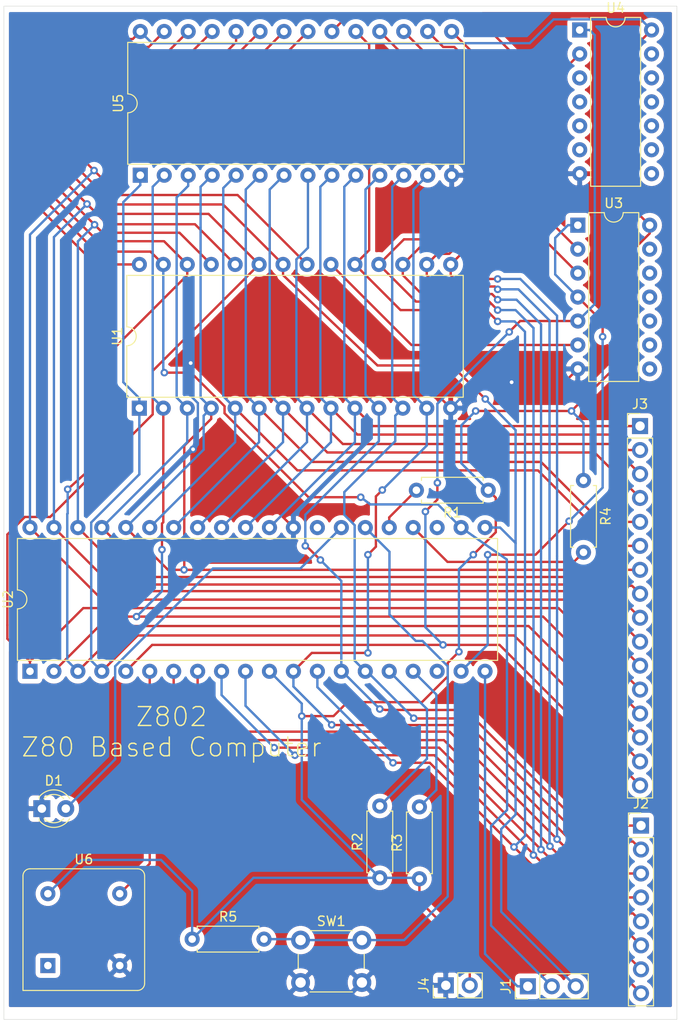
<source format=kicad_pcb>
(kicad_pcb (version 20171130) (host pcbnew 5.1.4)
  (layers (0 F.Cu signal) (31 B.Cu signal) (34 B.Paste user) (35 F.Paste user) (36 B.SilkS user) (37 F.SilkS user) (38 B.Mask user) (39 F.Mask user) (44 Edge.Cuts user))
  (net 0 "")
  (net 1 GND)
  (net 2 "Net-(D1-Pad2)")
  (net 3 IOREQ)
  (net 4 WR)
  (net 5 RD)
  (net 6 "Net-(J2-Pad1)")
  (net 7 "Net-(J2-Pad2)")
  (net 8 "Net-(J2-Pad3)")
  (net 9 "Net-(J2-Pad4)")
  (net 10 "Net-(J2-Pad5)")
  (net 11 "Net-(J2-Pad6)")
  (net 12 "Net-(J2-Pad7)")
  (net 13 "Net-(J2-Pad8)")
  (net 14 "Net-(J3-Pad1)")
  (net 15 "Net-(J3-Pad2)")
  (net 16 "Net-(J3-Pad3)")
  (net 17 "Net-(J3-Pad4)")
  (net 18 "Net-(J3-Pad5)")
  (net 19 "Net-(J3-Pad6)")
  (net 20 "Net-(J3-Pad7)")
  (net 21 "Net-(J3-Pad8)")
  (net 22 "Net-(J3-Pad9)")
  (net 23 "Net-(J3-Pad10)")
  (net 24 "Net-(J3-Pad11)")
  (net 25 "Net-(J3-Pad12)")
  (net 26 "Net-(J3-Pad13)")
  (net 27 "Net-(J3-Pad14)")
  (net 28 "Net-(J3-Pad15)")
  (net 29 A15)
  (net 30 VCC)
  (net 31 BUSREQ)
  (net 32 INT)
  (net 33 NMI)
  (net 34 WAIT)
  (net 35 "Net-(R5-Pad2)")
  (net 36 ROM_Lower)
  (net 37 "Net-(U2-Pad23)")
  (net 38 "Net-(U2-Pad6)")
  (net 39 "Net-(U2-Pad28)")
  (net 40 "Net-(U2-Pad18)")
  (net 41 MREQ)
  (net 42 "Net-(U3-Pad2)")
  (net 43 RAM_Upper)
  (net 44 "Net-(U6-Pad1)")
  (module LED_THT:LED_D3.0mm (layer F.Cu) (at 75.148 145.542)
    (fp_text reference D1 (at 1.27 -2.96) (layer F.SilkS))
    (fp_text value LED)
    (pad 1 thru_hole rect (at 0 0) (size 1.8 1.8) (drill 0.9) (layers *.Cu *.Mask) (net 1 GND))
    (pad 2 thru_hole circle (at 2.54 0) (size 1.8 1.8) (drill 0.9) (layers *.Cu *.Mask) (net 2 "Net-(D1-Pad2)"))
  )
  (module Connector_PinHeader_2.54mm:PinHeader_1x03_P2.54mm_Vertical (layer F.Cu) (at 126.688 164.38 90)
    (fp_text reference J1 (at 0 -2.33 90) (layer F.SilkS))
    (fp_text value "IO Control")
    (pad 1 thru_hole rect (at 0 0 90) (size 1.7 1.7) (drill 1) (layers *.Cu *.Mask) (net 3 IOREQ))
    (pad 2 thru_hole oval (at 0 2.54 90) (size 1.7 1.7) (drill 1) (layers *.Cu *.Mask) (net 4 WR))
    (pad 3 thru_hole oval (at 0 5.08 90) (size 1.7 1.7) (drill 1) (layers *.Cu *.Mask) (net 5 RD))
  )
  (module Connector_PinHeader_2.54mm:PinHeader_1x08_P2.54mm_Vertical (layer F.Cu) (at 138.688 147.34)
    (fp_text reference J2 (at 0 -2.33) (layer F.SilkS))
    (fp_text value "IO Data")
    (pad 1 thru_hole rect (at 0 0) (size 1.7 1.7) (drill 1) (layers *.Cu *.Mask) (net 6 "Net-(J2-Pad1)"))
    (pad 2 thru_hole oval (at 0 2.54) (size 1.7 1.7) (drill 1) (layers *.Cu *.Mask) (net 7 "Net-(J2-Pad2)"))
    (pad 3 thru_hole oval (at 0 5.08) (size 1.7 1.7) (drill 1) (layers *.Cu *.Mask) (net 8 "Net-(J2-Pad3)"))
    (pad 4 thru_hole oval (at 0 7.62) (size 1.7 1.7) (drill 1) (layers *.Cu *.Mask) (net 9 "Net-(J2-Pad4)"))
    (pad 5 thru_hole oval (at 0 10.16) (size 1.7 1.7) (drill 1) (layers *.Cu *.Mask) (net 10 "Net-(J2-Pad5)"))
    (pad 6 thru_hole oval (at 0 12.7) (size 1.7 1.7) (drill 1) (layers *.Cu *.Mask) (net 11 "Net-(J2-Pad6)"))
    (pad 7 thru_hole oval (at 0 15.24) (size 1.7 1.7) (drill 1) (layers *.Cu *.Mask) (net 12 "Net-(J2-Pad7)"))
    (pad 8 thru_hole oval (at 0 17.78) (size 1.7 1.7) (drill 1) (layers *.Cu *.Mask) (net 13 "Net-(J2-Pad8)"))
  )
  (module Connector_PinHeader_2.54mm:PinHeader_1x16_P2.54mm_Vertical (layer F.Cu) (at 138.588 104.98)
    (fp_text reference J3 (at 0 -2.33) (layer F.SilkS))
    (fp_text value "IO Address")
    (pad 1 thru_hole rect (at 0 0) (size 1.7 1.7) (drill 1) (layers *.Cu *.Mask) (net 14 "Net-(J3-Pad1)"))
    (pad 2 thru_hole oval (at 0 2.54) (size 1.7 1.7) (drill 1) (layers *.Cu *.Mask) (net 15 "Net-(J3-Pad2)"))
    (pad 3 thru_hole oval (at 0 5.08) (size 1.7 1.7) (drill 1) (layers *.Cu *.Mask) (net 16 "Net-(J3-Pad3)"))
    (pad 4 thru_hole oval (at 0 7.62) (size 1.7 1.7) (drill 1) (layers *.Cu *.Mask) (net 17 "Net-(J3-Pad4)"))
    (pad 5 thru_hole oval (at 0 10.16) (size 1.7 1.7) (drill 1) (layers *.Cu *.Mask) (net 18 "Net-(J3-Pad5)"))
    (pad 6 thru_hole oval (at 0 12.7) (size 1.7 1.7) (drill 1) (layers *.Cu *.Mask) (net 19 "Net-(J3-Pad6)"))
    (pad 7 thru_hole oval (at 0 15.24) (size 1.7 1.7) (drill 1) (layers *.Cu *.Mask) (net 20 "Net-(J3-Pad7)"))
    (pad 8 thru_hole oval (at 0 17.78) (size 1.7 1.7) (drill 1) (layers *.Cu *.Mask) (net 21 "Net-(J3-Pad8)"))
    (pad 9 thru_hole oval (at 0 20.32) (size 1.7 1.7) (drill 1) (layers *.Cu *.Mask) (net 22 "Net-(J3-Pad9)"))
    (pad 10 thru_hole oval (at 0 22.86) (size 1.7 1.7) (drill 1) (layers *.Cu *.Mask) (net 23 "Net-(J3-Pad10)"))
    (pad 11 thru_hole oval (at 0 25.4) (size 1.7 1.7) (drill 1) (layers *.Cu *.Mask) (net 24 "Net-(J3-Pad11)"))
    (pad 12 thru_hole oval (at 0 27.94) (size 1.7 1.7) (drill 1) (layers *.Cu *.Mask) (net 25 "Net-(J3-Pad12)"))
    (pad 13 thru_hole oval (at 0 30.48) (size 1.7 1.7) (drill 1) (layers *.Cu *.Mask) (net 26 "Net-(J3-Pad13)"))
    (pad 14 thru_hole oval (at 0 33.02) (size 1.7 1.7) (drill 1) (layers *.Cu *.Mask) (net 27 "Net-(J3-Pad14)"))
    (pad 15 thru_hole oval (at 0 35.56) (size 1.7 1.7) (drill 1) (layers *.Cu *.Mask) (net 28 "Net-(J3-Pad15)"))
    (pad 16 thru_hole oval (at 0 38.1) (size 1.7 1.7) (drill 1) (layers *.Cu *.Mask) (net 29 A15))
  )
  (module Connector_PinHeader_2.54mm:PinHeader_1x02_P2.54mm_Vertical (layer F.Cu) (at 117.988 164.28 90)
    (fp_text reference J4 (at 0 -2.33 90) (layer F.SilkS))
    (fp_text value Power)
    (pad 1 thru_hole rect (at 0 0 90) (size 1.7 1.7) (drill 1) (layers *.Cu *.Mask) (net 1 GND))
    (pad 2 thru_hole oval (at 0 2.54 90) (size 1.7 1.7) (drill 1) (layers *.Cu *.Mask) (net 30 VCC))
  )
  (module Resistor_THT:R_Axial_DIN0207_L6.3mm_D2.5mm_P7.62mm_Horizontal (layer F.Cu) (at 122.488 111.78 180)
    (fp_text reference R1 (at 3.81 -2.37) (layer F.SilkS))
    (fp_text value 10k)
    (pad 1 thru_hole circle (at 0 0 180) (size 1.6 1.6) (drill 0.8) (layers *.Cu *.Mask) (net 30 VCC))
    (pad 2 thru_hole oval (at 7.62 0 180) (size 1.6 1.6) (drill 0.8) (layers *.Cu *.Mask) (net 31 BUSREQ))
  )
  (module Resistor_THT:R_Axial_DIN0207_L6.3mm_D2.5mm_P7.62mm_Horizontal (layer F.Cu) (at 110.988 152.88 90)
    (fp_text reference R2 (at 3.81 -2.37 90) (layer F.SilkS))
    (fp_text value 10k)
    (pad 2 thru_hole oval (at 7.62 0 90) (size 1.6 1.6) (drill 0.8) (layers *.Cu *.Mask) (net 32 INT))
    (pad 1 thru_hole circle (at 0 0 90) (size 1.6 1.6) (drill 0.8) (layers *.Cu *.Mask) (net 30 VCC))
  )
  (module Resistor_THT:R_Axial_DIN0207_L6.3mm_D2.5mm_P7.62mm_Horizontal (layer F.Cu) (at 115.188 152.98 90)
    (fp_text reference R3 (at 3.81 -2.37 90) (layer F.SilkS))
    (fp_text value 10k)
    (pad 1 thru_hole circle (at 0 0 90) (size 1.6 1.6) (drill 0.8) (layers *.Cu *.Mask) (net 30 VCC))
    (pad 2 thru_hole oval (at 7.62 0 90) (size 1.6 1.6) (drill 0.8) (layers *.Cu *.Mask) (net 33 NMI))
  )
  (module Resistor_THT:R_Axial_DIN0207_L6.3mm_D2.5mm_P7.62mm_Horizontal (layer F.Cu) (at 132.588 110.744 270)
    (fp_text reference R4 (at 3.81 -2.37 90) (layer F.SilkS))
    (fp_text value 10k)
    (pad 2 thru_hole oval (at 7.62 0 270) (size 1.6 1.6) (drill 0.8) (layers *.Cu *.Mask) (net 34 WAIT))
    (pad 1 thru_hole circle (at 0 0 270) (size 1.6 1.6) (drill 0.8) (layers *.Cu *.Mask) (net 30 VCC))
  )
  (module Resistor_THT:R_Axial_DIN0207_L6.3mm_D2.5mm_P7.62mm_Horizontal (layer F.Cu) (at 91.088 159.38)
    (fp_text reference R5 (at 3.81 -2.37) (layer F.SilkS))
    (fp_text value 10k)
    (pad 1 thru_hole circle (at 0 0) (size 1.6 1.6) (drill 0.8) (layers *.Cu *.Mask) (net 30 VCC))
    (pad 2 thru_hole oval (at 7.62 0) (size 1.6 1.6) (drill 0.8) (layers *.Cu *.Mask) (net 35 "Net-(R5-Pad2)"))
  )
  (module Button_Switch_THT:SW_PUSH_6mm (layer F.Cu) (at 102.588 159.48)
    (fp_text reference SW1 (at 3.25 -2) (layer F.SilkS))
    (fp_text value SW_Push)
    (pad 2 thru_hole circle (at 0 4.5 90) (size 2 2) (drill 1.1) (layers *.Cu *.Mask) (net 1 GND))
    (pad 1 thru_hole circle (at 0 0 90) (size 2 2) (drill 1.1) (layers *.Cu *.Mask) (net 35 "Net-(R5-Pad2)"))
    (pad 2 thru_hole circle (at 6.5 4.5 90) (size 2 2) (drill 1.1) (layers *.Cu *.Mask) (net 1 GND))
    (pad 1 thru_hole circle (at 6.5 0 90) (size 2 2) (drill 1.1) (layers *.Cu *.Mask) (net 35 "Net-(R5-Pad2)"))
  )
  (module Package_DIP:DIP-28_W15.24mm (layer F.Cu) (at 85.488 103.08 90)
    (fp_text reference U1 (at 7.62 -2.33 90) (layer F.SilkS))
    (fp_text value 28C256)
    (pad 1 thru_hole rect (at 0 0 90) (size 1.6 1.6) (drill 0.8) (layers *.Cu *.Mask) (net 28 "Net-(J3-Pad15)"))
    (pad 15 thru_hole oval (at 15.24 33.02 90) (size 1.6 1.6) (drill 0.8) (layers *.Cu *.Mask) (net 9 "Net-(J2-Pad4)"))
    (pad 2 thru_hole oval (at 0 2.54 90) (size 1.6 1.6) (drill 0.8) (layers *.Cu *.Mask) (net 26 "Net-(J3-Pad13)"))
    (pad 16 thru_hole oval (at 15.24 30.48 90) (size 1.6 1.6) (drill 0.8) (layers *.Cu *.Mask) (net 10 "Net-(J2-Pad5)"))
    (pad 3 thru_hole oval (at 0 5.08 90) (size 1.6 1.6) (drill 0.8) (layers *.Cu *.Mask) (net 21 "Net-(J3-Pad8)"))
    (pad 17 thru_hole oval (at 15.24 27.94 90) (size 1.6 1.6) (drill 0.8) (layers *.Cu *.Mask) (net 11 "Net-(J2-Pad6)"))
    (pad 4 thru_hole oval (at 0 7.62 90) (size 1.6 1.6) (drill 0.8) (layers *.Cu *.Mask) (net 20 "Net-(J3-Pad7)"))
    (pad 18 thru_hole oval (at 15.24 25.4 90) (size 1.6 1.6) (drill 0.8) (layers *.Cu *.Mask) (net 12 "Net-(J2-Pad7)"))
    (pad 5 thru_hole oval (at 0 10.16 90) (size 1.6 1.6) (drill 0.8) (layers *.Cu *.Mask) (net 19 "Net-(J3-Pad6)"))
    (pad 19 thru_hole oval (at 15.24 22.86 90) (size 1.6 1.6) (drill 0.8) (layers *.Cu *.Mask) (net 13 "Net-(J2-Pad8)"))
    (pad 6 thru_hole oval (at 0 12.7 90) (size 1.6 1.6) (drill 0.8) (layers *.Cu *.Mask) (net 18 "Net-(J3-Pad5)"))
    (pad 20 thru_hole oval (at 15.24 20.32 90) (size 1.6 1.6) (drill 0.8) (layers *.Cu *.Mask) (net 36 ROM_Lower))
    (pad 7 thru_hole oval (at 0 15.24 90) (size 1.6 1.6) (drill 0.8) (layers *.Cu *.Mask) (net 17 "Net-(J3-Pad4)"))
    (pad 21 thru_hole oval (at 15.24 17.78 90) (size 1.6 1.6) (drill 0.8) (layers *.Cu *.Mask) (net 24 "Net-(J3-Pad11)"))
    (pad 8 thru_hole oval (at 0 17.78 90) (size 1.6 1.6) (drill 0.8) (layers *.Cu *.Mask) (net 16 "Net-(J3-Pad3)"))
    (pad 22 thru_hole oval (at 15.24 15.24 90) (size 1.6 1.6) (drill 0.8) (layers *.Cu *.Mask) (net 5 RD))
    (pad 9 thru_hole oval (at 0 20.32 90) (size 1.6 1.6) (drill 0.8) (layers *.Cu *.Mask) (net 15 "Net-(J3-Pad2)"))
    (pad 23 thru_hole oval (at 15.24 12.7 90) (size 1.6 1.6) (drill 0.8) (layers *.Cu *.Mask) (net 25 "Net-(J3-Pad12)"))
    (pad 10 thru_hole oval (at 0 22.86 90) (size 1.6 1.6) (drill 0.8) (layers *.Cu *.Mask) (net 14 "Net-(J3-Pad1)"))
    (pad 24 thru_hole oval (at 15.24 10.16 90) (size 1.6 1.6) (drill 0.8) (layers *.Cu *.Mask) (net 23 "Net-(J3-Pad10)"))
    (pad 11 thru_hole oval (at 0 25.4 90) (size 1.6 1.6) (drill 0.8) (layers *.Cu *.Mask) (net 6 "Net-(J2-Pad1)"))
    (pad 25 thru_hole oval (at 15.24 7.62 90) (size 1.6 1.6) (drill 0.8) (layers *.Cu *.Mask) (net 22 "Net-(J3-Pad9)"))
    (pad 12 thru_hole oval (at 0 27.94 90) (size 1.6 1.6) (drill 0.8) (layers *.Cu *.Mask) (net 7 "Net-(J2-Pad2)"))
    (pad 26 thru_hole oval (at 15.24 5.08 90) (size 1.6 1.6) (drill 0.8) (layers *.Cu *.Mask) (net 27 "Net-(J3-Pad14)"))
    (pad 13 thru_hole oval (at 0 30.48 90) (size 1.6 1.6) (drill 0.8) (layers *.Cu *.Mask) (net 8 "Net-(J2-Pad3)"))
    (pad 27 thru_hole oval (at 15.24 2.54 90) (size 1.6 1.6) (drill 0.8) (layers *.Cu *.Mask) (net 4 WR))
    (pad 14 thru_hole oval (at 0 33.02 90) (size 1.6 1.6) (drill 0.8) (layers *.Cu *.Mask) (net 1 GND))
    (pad 28 thru_hole oval (at 15.24 0 90) (size 1.6 1.6) (drill 0.8) (layers *.Cu *.Mask) (net 30 VCC))
  )
  (module Package_DIP:DIP-40_W15.24mm (layer F.Cu) (at 73.888 130.98 90)
    (fp_text reference U2 (at 7.62 -2.33 90) (layer F.SilkS))
    (fp_text value Z80CPU)
    (pad 1 thru_hole rect (at 0 0 90) (size 1.6 1.6) (drill 0.8) (layers *.Cu *.Mask) (net 25 "Net-(J3-Pad12)"))
    (pad 21 thru_hole oval (at 15.24 48.26 90) (size 1.6 1.6) (drill 0.8) (layers *.Cu *.Mask) (net 5 RD))
    (pad 2 thru_hole oval (at 0 2.54 90) (size 1.6 1.6) (drill 0.8) (layers *.Cu *.Mask) (net 26 "Net-(J3-Pad13)"))
    (pad 22 thru_hole oval (at 15.24 45.72 90) (size 1.6 1.6) (drill 0.8) (layers *.Cu *.Mask) (net 4 WR))
    (pad 3 thru_hole oval (at 0 5.08 90) (size 1.6 1.6) (drill 0.8) (layers *.Cu *.Mask) (net 27 "Net-(J3-Pad14)"))
    (pad 23 thru_hole oval (at 15.24 43.18 90) (size 1.6 1.6) (drill 0.8) (layers *.Cu *.Mask) (net 37 "Net-(U2-Pad23)"))
    (pad 4 thru_hole oval (at 0 7.62 90) (size 1.6 1.6) (drill 0.8) (layers *.Cu *.Mask) (net 28 "Net-(J3-Pad15)"))
    (pad 24 thru_hole oval (at 15.24 40.64 90) (size 1.6 1.6) (drill 0.8) (layers *.Cu *.Mask) (net 34 WAIT))
    (pad 5 thru_hole oval (at 0 10.16 90) (size 1.6 1.6) (drill 0.8) (layers *.Cu *.Mask) (net 29 A15))
    (pad 25 thru_hole oval (at 15.24 38.1 90) (size 1.6 1.6) (drill 0.8) (layers *.Cu *.Mask) (net 31 BUSREQ))
    (pad 6 thru_hole oval (at 0 12.7 90) (size 1.6 1.6) (drill 0.8) (layers *.Cu *.Mask) (net 38 "Net-(U2-Pad6)"))
    (pad 26 thru_hole oval (at 15.24 35.56 90) (size 1.6 1.6) (drill 0.8) (layers *.Cu *.Mask) (net 35 "Net-(R5-Pad2)"))
    (pad 7 thru_hole oval (at 0 15.24 90) (size 1.6 1.6) (drill 0.8) (layers *.Cu *.Mask) (net 10 "Net-(J2-Pad5)"))
    (pad 27 thru_hole oval (at 15.24 33.02 90) (size 1.6 1.6) (drill 0.8) (layers *.Cu *.Mask) (net 2 "Net-(D1-Pad2)"))
    (pad 8 thru_hole oval (at 0 17.78 90) (size 1.6 1.6) (drill 0.8) (layers *.Cu *.Mask) (net 9 "Net-(J2-Pad4)"))
    (pad 28 thru_hole oval (at 15.24 30.48 90) (size 1.6 1.6) (drill 0.8) (layers *.Cu *.Mask) (net 39 "Net-(U2-Pad28)"))
    (pad 9 thru_hole oval (at 0 20.32 90) (size 1.6 1.6) (drill 0.8) (layers *.Cu *.Mask) (net 11 "Net-(J2-Pad6)"))
    (pad 29 thru_hole oval (at 15.24 27.94 90) (size 1.6 1.6) (drill 0.8) (layers *.Cu *.Mask) (net 1 GND))
    (pad 10 thru_hole oval (at 0 22.86 90) (size 1.6 1.6) (drill 0.8) (layers *.Cu *.Mask) (net 12 "Net-(J2-Pad7)"))
    (pad 30 thru_hole oval (at 15.24 25.4 90) (size 1.6 1.6) (drill 0.8) (layers *.Cu *.Mask) (net 14 "Net-(J3-Pad1)"))
    (pad 11 thru_hole oval (at 0 25.4 90) (size 1.6 1.6) (drill 0.8) (layers *.Cu *.Mask) (net 30 VCC))
    (pad 31 thru_hole oval (at 15.24 22.86 90) (size 1.6 1.6) (drill 0.8) (layers *.Cu *.Mask) (net 15 "Net-(J3-Pad2)"))
    (pad 12 thru_hole oval (at 0 27.94 90) (size 1.6 1.6) (drill 0.8) (layers *.Cu *.Mask) (net 8 "Net-(J2-Pad3)"))
    (pad 32 thru_hole oval (at 15.24 20.32 90) (size 1.6 1.6) (drill 0.8) (layers *.Cu *.Mask) (net 16 "Net-(J3-Pad3)"))
    (pad 13 thru_hole oval (at 0 30.48 90) (size 1.6 1.6) (drill 0.8) (layers *.Cu *.Mask) (net 13 "Net-(J2-Pad8)"))
    (pad 33 thru_hole oval (at 15.24 17.78 90) (size 1.6 1.6) (drill 0.8) (layers *.Cu *.Mask) (net 17 "Net-(J3-Pad4)"))
    (pad 14 thru_hole oval (at 0 33.02 90) (size 1.6 1.6) (drill 0.8) (layers *.Cu *.Mask) (net 6 "Net-(J2-Pad1)"))
    (pad 34 thru_hole oval (at 15.24 15.24 90) (size 1.6 1.6) (drill 0.8) (layers *.Cu *.Mask) (net 18 "Net-(J3-Pad5)"))
    (pad 15 thru_hole oval (at 0 35.56 90) (size 1.6 1.6) (drill 0.8) (layers *.Cu *.Mask) (net 7 "Net-(J2-Pad2)"))
    (pad 35 thru_hole oval (at 15.24 12.7 90) (size 1.6 1.6) (drill 0.8) (layers *.Cu *.Mask) (net 19 "Net-(J3-Pad6)"))
    (pad 16 thru_hole oval (at 0 38.1 90) (size 1.6 1.6) (drill 0.8) (layers *.Cu *.Mask) (net 32 INT))
    (pad 36 thru_hole oval (at 15.24 10.16 90) (size 1.6 1.6) (drill 0.8) (layers *.Cu *.Mask) (net 20 "Net-(J3-Pad7)"))
    (pad 17 thru_hole oval (at 0 40.64 90) (size 1.6 1.6) (drill 0.8) (layers *.Cu *.Mask) (net 33 NMI))
    (pad 37 thru_hole oval (at 15.24 7.62 90) (size 1.6 1.6) (drill 0.8) (layers *.Cu *.Mask) (net 21 "Net-(J3-Pad8)"))
    (pad 18 thru_hole oval (at 0 43.18 90) (size 1.6 1.6) (drill 0.8) (layers *.Cu *.Mask) (net 40 "Net-(U2-Pad18)"))
    (pad 38 thru_hole oval (at 15.24 5.08 90) (size 1.6 1.6) (drill 0.8) (layers *.Cu *.Mask) (net 22 "Net-(J3-Pad9)"))
    (pad 19 thru_hole oval (at 0 45.72 90) (size 1.6 1.6) (drill 0.8) (layers *.Cu *.Mask) (net 41 MREQ))
    (pad 39 thru_hole oval (at 15.24 2.54 90) (size 1.6 1.6) (drill 0.8) (layers *.Cu *.Mask) (net 23 "Net-(J3-Pad10)"))
    (pad 20 thru_hole oval (at 0 48.26 90) (size 1.6 1.6) (drill 0.8) (layers *.Cu *.Mask) (net 3 IOREQ))
    (pad 40 thru_hole oval (at 15.24 0 90) (size 1.6 1.6) (drill 0.8) (layers *.Cu *.Mask) (net 24 "Net-(J3-Pad11)"))
  )
  (module Package_DIP:DIP-14_W7.62mm (layer F.Cu) (at 131.988 83.68)
    (fp_text reference U3 (at 3.81 -2.33) (layer F.SilkS))
    (fp_text value 74LS32)
    (pad 1 thru_hole rect (at 0 0) (size 1.6 1.6) (drill 0.8) (layers *.Cu *.Mask) (net 41 MREQ))
    (pad 8 thru_hole oval (at 7.62 15.24) (size 1.6 1.6) (drill 0.8) (layers *.Cu *.Mask))
    (pad 2 thru_hole oval (at 0 2.54) (size 1.6 1.6) (drill 0.8) (layers *.Cu *.Mask) (net 42 "Net-(U3-Pad2)"))
    (pad 9 thru_hole oval (at 7.62 12.7) (size 1.6 1.6) (drill 0.8) (layers *.Cu *.Mask))
    (pad 3 thru_hole oval (at 0 5.08) (size 1.6 1.6) (drill 0.8) (layers *.Cu *.Mask) (net 43 RAM_Upper))
    (pad 10 thru_hole oval (at 7.62 10.16) (size 1.6 1.6) (drill 0.8) (layers *.Cu *.Mask))
    (pad 4 thru_hole oval (at 0 7.62) (size 1.6 1.6) (drill 0.8) (layers *.Cu *.Mask) (net 41 MREQ))
    (pad 11 thru_hole oval (at 7.62 7.62) (size 1.6 1.6) (drill 0.8) (layers *.Cu *.Mask))
    (pad 5 thru_hole oval (at 0 10.16) (size 1.6 1.6) (drill 0.8) (layers *.Cu *.Mask) (net 29 A15))
    (pad 12 thru_hole oval (at 7.62 5.08) (size 1.6 1.6) (drill 0.8) (layers *.Cu *.Mask))
    (pad 6 thru_hole oval (at 0 12.7) (size 1.6 1.6) (drill 0.8) (layers *.Cu *.Mask) (net 36 ROM_Lower))
    (pad 13 thru_hole oval (at 7.62 2.54) (size 1.6 1.6) (drill 0.8) (layers *.Cu *.Mask))
    (pad 7 thru_hole oval (at 0 15.24) (size 1.6 1.6) (drill 0.8) (layers *.Cu *.Mask) (net 1 GND))
    (pad 14 thru_hole oval (at 7.62 0) (size 1.6 1.6) (drill 0.8) (layers *.Cu *.Mask) (net 30 VCC))
  )
  (module Package_DIP:DIP-14_W7.62mm (layer F.Cu) (at 132.188 62.98)
    (fp_text reference U4 (at 3.81 -2.33) (layer F.SilkS))
    (fp_text value 74LS04)
    (pad 14 thru_hole oval (at 7.62 0) (size 1.6 1.6) (drill 0.8) (layers *.Cu *.Mask) (net 30 VCC))
    (pad 7 thru_hole oval (at 0 15.24) (size 1.6 1.6) (drill 0.8) (layers *.Cu *.Mask) (net 1 GND))
    (pad 13 thru_hole oval (at 7.62 2.54) (size 1.6 1.6) (drill 0.8) (layers *.Cu *.Mask))
    (pad 6 thru_hole oval (at 0 12.7) (size 1.6 1.6) (drill 0.8) (layers *.Cu *.Mask))
    (pad 12 thru_hole oval (at 7.62 5.08) (size 1.6 1.6) (drill 0.8) (layers *.Cu *.Mask))
    (pad 5 thru_hole oval (at 0 10.16) (size 1.6 1.6) (drill 0.8) (layers *.Cu *.Mask))
    (pad 11 thru_hole oval (at 7.62 7.62) (size 1.6 1.6) (drill 0.8) (layers *.Cu *.Mask))
    (pad 4 thru_hole oval (at 0 7.62) (size 1.6 1.6) (drill 0.8) (layers *.Cu *.Mask))
    (pad 10 thru_hole oval (at 7.62 10.16) (size 1.6 1.6) (drill 0.8) (layers *.Cu *.Mask))
    (pad 3 thru_hole oval (at 0 5.08) (size 1.6 1.6) (drill 0.8) (layers *.Cu *.Mask))
    (pad 9 thru_hole oval (at 7.62 12.7) (size 1.6 1.6) (drill 0.8) (layers *.Cu *.Mask))
    (pad 2 thru_hole oval (at 0 2.54) (size 1.6 1.6) (drill 0.8) (layers *.Cu *.Mask) (net 42 "Net-(U3-Pad2)"))
    (pad 8 thru_hole oval (at 7.62 15.24) (size 1.6 1.6) (drill 0.8) (layers *.Cu *.Mask))
    (pad 1 thru_hole rect (at 0 0) (size 1.6 1.6) (drill 0.8) (layers *.Cu *.Mask) (net 29 A15))
  )
  (module Package_DIP:DIP-28_W15.24mm (layer F.Cu) (at 85.588 78.38 90)
    (fp_text reference U5 (at 7.62 -2.33 90) (layer F.SilkS))
    (fp_text value HM62256)
    (pad 28 thru_hole oval (at 15.24 0 90) (size 1.6 1.6) (drill 0.8) (layers *.Cu *.Mask) (net 30 VCC))
    (pad 14 thru_hole oval (at 0 33.02 90) (size 1.6 1.6) (drill 0.8) (layers *.Cu *.Mask) (net 1 GND))
    (pad 27 thru_hole oval (at 15.24 2.54 90) (size 1.6 1.6) (drill 0.8) (layers *.Cu *.Mask) (net 4 WR))
    (pad 13 thru_hole oval (at 0 30.48 90) (size 1.6 1.6) (drill 0.8) (layers *.Cu *.Mask) (net 8 "Net-(J2-Pad3)"))
    (pad 26 thru_hole oval (at 15.24 5.08 90) (size 1.6 1.6) (drill 0.8) (layers *.Cu *.Mask) (net 27 "Net-(J3-Pad14)"))
    (pad 12 thru_hole oval (at 0 27.94 90) (size 1.6 1.6) (drill 0.8) (layers *.Cu *.Mask) (net 7 "Net-(J2-Pad2)"))
    (pad 25 thru_hole oval (at 15.24 7.62 90) (size 1.6 1.6) (drill 0.8) (layers *.Cu *.Mask) (net 22 "Net-(J3-Pad9)"))
    (pad 11 thru_hole oval (at 0 25.4 90) (size 1.6 1.6) (drill 0.8) (layers *.Cu *.Mask) (net 6 "Net-(J2-Pad1)"))
    (pad 24 thru_hole oval (at 15.24 10.16 90) (size 1.6 1.6) (drill 0.8) (layers *.Cu *.Mask) (net 23 "Net-(J3-Pad10)"))
    (pad 10 thru_hole oval (at 0 22.86 90) (size 1.6 1.6) (drill 0.8) (layers *.Cu *.Mask) (net 14 "Net-(J3-Pad1)"))
    (pad 23 thru_hole oval (at 15.24 12.7 90) (size 1.6 1.6) (drill 0.8) (layers *.Cu *.Mask) (net 25 "Net-(J3-Pad12)"))
    (pad 9 thru_hole oval (at 0 20.32 90) (size 1.6 1.6) (drill 0.8) (layers *.Cu *.Mask) (net 15 "Net-(J3-Pad2)"))
    (pad 22 thru_hole oval (at 15.24 15.24 90) (size 1.6 1.6) (drill 0.8) (layers *.Cu *.Mask) (net 5 RD))
    (pad 8 thru_hole oval (at 0 17.78 90) (size 1.6 1.6) (drill 0.8) (layers *.Cu *.Mask) (net 16 "Net-(J3-Pad3)"))
    (pad 21 thru_hole oval (at 15.24 17.78 90) (size 1.6 1.6) (drill 0.8) (layers *.Cu *.Mask) (net 24 "Net-(J3-Pad11)"))
    (pad 7 thru_hole oval (at 0 15.24 90) (size 1.6 1.6) (drill 0.8) (layers *.Cu *.Mask) (net 17 "Net-(J3-Pad4)"))
    (pad 20 thru_hole oval (at 15.24 20.32 90) (size 1.6 1.6) (drill 0.8) (layers *.Cu *.Mask) (net 43 RAM_Upper))
    (pad 6 thru_hole oval (at 0 12.7 90) (size 1.6 1.6) (drill 0.8) (layers *.Cu *.Mask) (net 18 "Net-(J3-Pad5)"))
    (pad 19 thru_hole oval (at 15.24 22.86 90) (size 1.6 1.6) (drill 0.8) (layers *.Cu *.Mask) (net 13 "Net-(J2-Pad8)"))
    (pad 5 thru_hole oval (at 0 10.16 90) (size 1.6 1.6) (drill 0.8) (layers *.Cu *.Mask) (net 19 "Net-(J3-Pad6)"))
    (pad 18 thru_hole oval (at 15.24 25.4 90) (size 1.6 1.6) (drill 0.8) (layers *.Cu *.Mask) (net 12 "Net-(J2-Pad7)"))
    (pad 4 thru_hole oval (at 0 7.62 90) (size 1.6 1.6) (drill 0.8) (layers *.Cu *.Mask) (net 20 "Net-(J3-Pad7)"))
    (pad 17 thru_hole oval (at 15.24 27.94 90) (size 1.6 1.6) (drill 0.8) (layers *.Cu *.Mask) (net 11 "Net-(J2-Pad6)"))
    (pad 3 thru_hole oval (at 0 5.08 90) (size 1.6 1.6) (drill 0.8) (layers *.Cu *.Mask) (net 21 "Net-(J3-Pad8)"))
    (pad 16 thru_hole oval (at 15.24 30.48 90) (size 1.6 1.6) (drill 0.8) (layers *.Cu *.Mask) (net 10 "Net-(J2-Pad5)"))
    (pad 2 thru_hole oval (at 0 2.54 90) (size 1.6 1.6) (drill 0.8) (layers *.Cu *.Mask) (net 26 "Net-(J3-Pad13)"))
    (pad 15 thru_hole oval (at 15.24 33.02 90) (size 1.6 1.6) (drill 0.8) (layers *.Cu *.Mask) (net 9 "Net-(J2-Pad4)"))
    (pad 1 thru_hole rect (at 0 0 90) (size 1.6 1.6) (drill 0.8) (layers *.Cu *.Mask) (net 28 "Net-(J3-Pad15)"))
  )
  (module Oscillator:Oscillator_DIP-8 (layer F.Cu) (at 75.788 162.18)
    (fp_text reference U6 (at 3.81 -11.26) (layer F.SilkS))
    (fp_text value xtal_oscillator)
    (pad 1 thru_hole rect (at 0 0) (size 1.6 1.6) (drill 0.8) (layers *.Cu *.Mask) (net 44 "Net-(U6-Pad1)"))
    (pad 8 thru_hole circle (at 0 -7.62) (size 1.6 1.6) (drill 0.8) (layers *.Cu *.Mask) (net 30 VCC))
    (pad 5 thru_hole circle (at 7.62 -7.62) (size 1.6 1.6) (drill 0.8) (layers *.Cu *.Mask) (net 38 "Net-(U2-Pad6)"))
    (pad 4 thru_hole circle (at 7.62 0) (size 1.6 1.6) (drill 0.8) (layers *.Cu *.Mask) (net 1 GND))
  )
  (gr_text "Z802\nZ80 Based Computer" (at 88.9 137.414) (layer F.SilkS) (effects (font (size 2 2))))
  (gr_line (start 71.12 167.894) (end 142.494 167.894) (layer Edge.Cuts) (width 0.05))
  (gr_line (start 71.12 167.386) (end 71.12 167.894) (layer Edge.Cuts) (width 0.05))
  (gr_line (start 71.12 60.452) (end 71.12 167.386) (layer Edge.Cuts) (width 0.05))
  (gr_line (start 142.494 60.452) (end 71.12 60.452) (layer Edge.Cuts) (width 0.05))
  (gr_line (start 142.494 167.894) (end 142.494 60.452) (layer Edge.Cuts) (width 0.05))
  (segment (start 123.132998 100.33) (end 124.968 100.33) (width 0.25) (layer B.Cu) (net 1))
  (segment (start 118.508 103.08) (end 121.258 100.33) (width 0.25) (layer B.Cu) (net 1))
  (via (at 124.968 100.33) (size 0.8) (drill 0.4) (layers F.Cu B.Cu) (net 1))
  (segment (start 121.258 100.33) (end 123.132998 100.33) (width 0.25) (layer B.Cu) (net 1))
  (segment (start 130.578 100.33) (end 131.988 98.92) (width 0.25) (layer F.Cu) (net 1))
  (segment (start 124.968 100.33) (end 130.578 100.33) (width 0.25) (layer F.Cu) (net 1))
  (via (at 91.186 107.442) (size 0.8) (drill 0.4) (layers F.Cu B.Cu) (net 1))
  (segment (start 91.186 107.442) (end 97.028 113.284) (width 0.25) (layer F.Cu) (net 1))
  (segment (start 99.372 113.284) (end 101.828 115.74) (width 0.25) (layer F.Cu) (net 1))
  (segment (start 97.028 113.284) (end 99.372 113.284) (width 0.25) (layer F.Cu) (net 1))
  (segment (start 91.693001 102.539999) (end 91.693001 106.934999) (width 0.25) (layer B.Cu) (net 1))
  (segment (start 90.532001 101.378999) (end 91.693001 102.539999) (width 0.25) (layer B.Cu) (net 1))
  (via (at 90.932 98.298) (size 0.8) (drill 0.4) (layers F.Cu B.Cu) (net 1))
  (segment (start 92.202 98.298) (end 94.488 100.584) (width 0.25) (layer F.Cu) (net 1))
  (segment (start 90.532001 98.697999) (end 90.532001 101.378999) (width 0.25) (layer B.Cu) (net 1))
  (segment (start 90.932 98.298) (end 90.532001 98.697999) (width 0.25) (layer B.Cu) (net 1))
  (segment (start 90.932 98.298) (end 92.202 98.298) (width 0.25) (layer F.Cu) (net 1))
  (segment (start 116.012 100.584) (end 118.508 103.08) (width 0.25) (layer F.Cu) (net 1))
  (segment (start 91.693001 106.934999) (end 91.186 107.442) (width 0.25) (layer B.Cu) (net 1))
  (segment (start 94.488 100.584) (end 116.012 100.584) (width 0.25) (layer F.Cu) (net 1))
  (segment (start 93.288 120.08) (end 82.922999 130.445001) (width 0.25) (layer B.Cu) (net 2))
  (segment (start 82.922999 140.307001) (end 77.688 145.542) (width 0.25) (layer B.Cu) (net 2))
  (segment (start 82.922999 130.445001) (end 82.922999 140.307001) (width 0.25) (layer B.Cu) (net 2))
  (segment (start 106.908 115.74) (end 102.568 120.08) (width 0.25) (layer B.Cu) (net 2))
  (segment (start 102.568 120.08) (end 93.288 120.08) (width 0.25) (layer B.Cu) (net 2))
  (segment (start 125.588 164.38) (end 126.688 164.38) (width 0.25) (layer B.Cu) (net 3))
  (segment (start 122.148 160.94) (end 125.588 164.38) (width 0.25) (layer B.Cu) (net 3))
  (segment (start 122.148 130.98) (end 122.148 160.94) (width 0.25) (layer B.Cu) (net 3))
  (segment (start 86.488 64.78) (end 78.988 64.78) (width 0.25) (layer F.Cu) (net 4))
  (segment (start 80.888 86.48) (end 86.668 86.48) (width 0.25) (layer F.Cu) (net 4))
  (segment (start 73.888 69.88) (end 73.888 79.48) (width 0.25) (layer F.Cu) (net 4))
  (segment (start 86.668 86.48) (end 88.028 87.84) (width 0.25) (layer F.Cu) (net 4))
  (segment (start 88.128 63.14) (end 86.488 64.78) (width 0.25) (layer F.Cu) (net 4))
  (segment (start 78.988 64.78) (end 73.888 69.88) (width 0.25) (layer F.Cu) (net 4))
  (segment (start 73.888 79.48) (end 80.888 86.48) (width 0.25) (layer F.Cu) (net 4))
  (segment (start 88.028 87.84) (end 88.028 99.204) (width 0.25) (layer B.Cu) (net 4))
  (via (at 88.138 99.314) (size 0.8) (drill 0.4) (layers F.Cu B.Cu) (net 4))
  (segment (start 88.028 99.204) (end 88.138 99.314) (width 0.25) (layer B.Cu) (net 4))
  (segment (start 124.488 145.68) (end 124.46 119.126) (width 0.25) (layer B.Cu) (net 4))
  (segment (start 122.788 147.38) (end 124.488 145.68) (width 0.25) (layer B.Cu) (net 4))
  (segment (start 124.46 119.126) (end 119.608 115.74) (width 0.25) (layer B.Cu) (net 4))
  (segment (start 129.228 164.38) (end 122.788 157.94) (width 0.25) (layer B.Cu) (net 4))
  (segment (start 122.788 157.94) (end 122.788 147.38) (width 0.25) (layer B.Cu) (net 4))
  (segment (start 117.152 113.284) (end 119.608 115.74) (width 0.25) (layer B.Cu) (net 4))
  (segment (start 108.966 112.522) (end 109.982 113.284) (width 0.25) (layer B.Cu) (net 4))
  (segment (start 90.966999 99.314) (end 88.138 99.314) (width 0.25) (layer F.Cu) (net 4))
  (segment (start 94.522999 102.87) (end 90.966999 99.314) (width 0.25) (layer F.Cu) (net 4))
  (segment (start 109.982 113.284) (end 117.152 113.284) (width 0.25) (layer B.Cu) (net 4))
  (via (at 108.966 112.522) (size 0.8) (drill 0.4) (layers F.Cu B.Cu) (net 4))
  (segment (start 103.424998 112.522) (end 94.522999 103.620001) (width 0.25) (layer F.Cu) (net 4))
  (segment (start 108.966 112.522) (end 103.424998 112.522) (width 0.25) (layer F.Cu) (net 4))
  (segment (start 94.522999 103.620001) (end 94.522999 102.87) (width 0.25) (layer F.Cu) (net 4))
  (segment (start 100.828 63.14) (end 94.588 69.38) (width 0.25) (layer F.Cu) (net 5))
  (segment (start 94.588 69.38) (end 81.288 69.38) (width 0.25) (layer F.Cu) (net 5))
  (segment (start 81.288 69.38) (end 78.888 71.78) (width 0.25) (layer F.Cu) (net 5))
  (segment (start 78.888 71.78) (end 78.888 77.58) (width 0.25) (layer F.Cu) (net 5))
  (segment (start 78.888 77.58) (end 82.788 81.48) (width 0.25) (layer F.Cu) (net 5))
  (segment (start 94.368 81.48) (end 100.728 87.84) (width 0.25) (layer F.Cu) (net 5))
  (segment (start 82.788 81.48) (end 94.368 81.48) (width 0.25) (layer F.Cu) (net 5))
  (segment (start 123.862999 156.474999) (end 130.918001 163.530001) (width 0.25) (layer B.Cu) (net 5))
  (segment (start 122.148 115.74) (end 123.748 115.74) (width 0.25) (layer B.Cu) (net 5))
  (segment (start 123.862999 147.705001) (end 123.862999 156.474999) (width 0.25) (layer B.Cu) (net 5))
  (segment (start 130.918001 163.530001) (end 131.768 164.38) (width 0.25) (layer B.Cu) (net 5))
  (segment (start 123.748 115.74) (end 125.388 117.38) (width 0.25) (layer B.Cu) (net 5))
  (segment (start 125.388 146.18) (end 123.862999 147.705001) (width 0.25) (layer B.Cu) (net 5))
  (segment (start 125.388 117.38) (end 125.388 117.436) (width 0.25) (layer B.Cu) (net 5))
  (segment (start 125.388 117.436) (end 125.388 146.18) (width 0.25) (layer B.Cu) (net 5))
  (segment (start 125.388 105.41) (end 125.388 117.436) (width 0.25) (layer B.Cu) (net 5))
  (segment (start 122.174 102.108) (end 125.388 105.41) (width 0.25) (layer B.Cu) (net 5))
  (via (at 122.174 102.108) (size 0.8) (drill 0.4) (layers F.Cu B.Cu) (net 5))
  (segment (start 100.728 88.97137) (end 100.728 87.84) (width 0.25) (layer F.Cu) (net 5))
  (segment (start 110.744 98.552) (end 100.728 88.97137) (width 0.25) (layer F.Cu) (net 5))
  (segment (start 122.174 102.108) (end 118.618 98.552) (width 0.25) (layer F.Cu) (net 5))
  (segment (start 118.618 98.552) (end 110.744 98.552) (width 0.25) (layer F.Cu) (net 5))
  (segment (start 109.473001 79.894999) (end 109.473001 101.665001) (width 0.25) (layer B.Cu) (net 6))
  (segment (start 110.088001 102.280001) (end 110.888 103.08) (width 0.25) (layer B.Cu) (net 6))
  (segment (start 109.473001 101.665001) (end 110.088001 102.280001) (width 0.25) (layer B.Cu) (net 6))
  (segment (start 110.988 78.38) (end 109.473001 79.894999) (width 0.25) (layer B.Cu) (net 6))
  (segment (start 120.088 135.08) (end 132.348 147.34) (width 0.25) (layer F.Cu) (net 6))
  (segment (start 132.348 147.34) (end 138.688 147.34) (width 0.25) (layer F.Cu) (net 6))
  (via (at 110.988 134.98) (size 0.8) (drill 0.4) (layers F.Cu B.Cu) (net 6))
  (segment (start 111.588 135.08) (end 120.088 135.08) (width 0.25) (layer F.Cu) (net 6))
  (segment (start 110.988 134.98) (end 111.588 135.08) (width 0.25) (layer F.Cu) (net 6))
  (segment (start 106.988 130.98) (end 106.908 130.98) (width 0.25) (layer B.Cu) (net 6))
  (segment (start 110.988 134.98) (end 106.988 130.98) (width 0.25) (layer B.Cu) (net 6))
  (segment (start 110.888 103.08) (end 110.888 106.58) (width 0.25) (layer B.Cu) (net 6))
  (via (at 103.088 117.68) (size 0.8) (drill 0.4) (layers F.Cu B.Cu) (net 6))
  (segment (start 110.888 106.58) (end 103.088 114.38) (width 0.25) (layer B.Cu) (net 6))
  (segment (start 103.088 114.38) (end 103.088 117.68) (width 0.25) (layer B.Cu) (net 6))
  (via (at 104.688 119.18) (size 0.8) (drill 0.4) (layers F.Cu B.Cu) (net 6))
  (segment (start 103.088 117.68) (end 103.188 117.68) (width 0.25) (layer F.Cu) (net 6))
  (segment (start 103.188 117.68) (end 104.688 119.18) (width 0.25) (layer F.Cu) (net 6))
  (segment (start 106.908 121.4) (end 106.908 130.98) (width 0.25) (layer B.Cu) (net 6))
  (segment (start 104.688 119.18) (end 106.908 121.4) (width 0.25) (layer B.Cu) (net 6))
  (segment (start 112.628001 102.280001) (end 113.428 103.08) (width 0.25) (layer B.Cu) (net 7))
  (segment (start 112.302999 101.954999) (end 112.628001 102.280001) (width 0.25) (layer B.Cu) (net 7))
  (segment (start 112.302999 79.605001) (end 112.302999 101.954999) (width 0.25) (layer B.Cu) (net 7))
  (segment (start 113.528 78.38) (end 112.302999 79.605001) (width 0.25) (layer B.Cu) (net 7))
  (segment (start 117.588 135.98) (end 115.188 135.98) (width 0.25) (layer F.Cu) (net 7))
  (segment (start 119.688 135.98) (end 117.588 135.98) (width 0.25) (layer F.Cu) (net 7))
  (segment (start 132.738001 149.030001) (end 119.688 135.98) (width 0.25) (layer F.Cu) (net 7))
  (segment (start 138.688 149.88) (end 137.838001 149.030001) (width 0.25) (layer F.Cu) (net 7))
  (segment (start 137.838001 149.030001) (end 132.738001 149.030001) (width 0.25) (layer F.Cu) (net 7))
  (via (at 114.588 135.955) (size 0.8) (drill 0.4) (layers F.Cu B.Cu) (net 7))
  (segment (start 115.188 135.98) (end 114.613 135.98) (width 0.25) (layer F.Cu) (net 7))
  (segment (start 114.613 135.98) (end 114.588 135.955) (width 0.25) (layer F.Cu) (net 7))
  (segment (start 109.613 130.98) (end 109.448 130.98) (width 0.25) (layer B.Cu) (net 7))
  (segment (start 114.588 135.955) (end 109.613 130.98) (width 0.25) (layer B.Cu) (net 7))
  (segment (start 112.628001 103.879999) (end 112.628001 106.573999) (width 0.25) (layer B.Cu) (net 7))
  (segment (start 113.428 103.08) (end 112.628001 103.879999) (width 0.25) (layer B.Cu) (net 7))
  (segment (start 108.648001 130.180001) (end 109.448 130.98) (width 0.25) (layer B.Cu) (net 7))
  (segment (start 108.322999 129.854999) (end 108.648001 130.180001) (width 0.25) (layer B.Cu) (net 7))
  (segment (start 108.322999 115.489997) (end 108.322999 129.854999) (width 0.25) (layer B.Cu) (net 7))
  (segment (start 107.224999 114.391997) (end 108.322999 115.489997) (width 0.25) (layer B.Cu) (net 7))
  (segment (start 107.224999 111.977001) (end 107.224999 114.391997) (width 0.25) (layer B.Cu) (net 7))
  (segment (start 112.628001 106.573999) (end 107.224999 111.977001) (width 0.25) (layer B.Cu) (net 7))
  (segment (start 115.168001 102.280001) (end 115.968 103.08) (width 0.25) (layer B.Cu) (net 8))
  (segment (start 114.553001 101.665001) (end 115.168001 102.280001) (width 0.25) (layer B.Cu) (net 8))
  (segment (start 114.553001 79.894999) (end 114.553001 101.665001) (width 0.25) (layer B.Cu) (net 8))
  (segment (start 116.068 78.38) (end 114.553001 79.894999) (width 0.25) (layer B.Cu) (net 8))
  (segment (start 138.688 152.42) (end 134.728 152.42) (width 0.25) (layer F.Cu) (net 8))
  (segment (start 134.728 152.42) (end 118.988 136.68) (width 0.25) (layer F.Cu) (net 8))
  (segment (start 118.988 136.68) (end 106.788 136.68) (width 0.25) (layer F.Cu) (net 8))
  (via (at 105.888 136.655) (size 0.8) (drill 0.4) (layers F.Cu B.Cu) (net 8))
  (segment (start 106.788 136.68) (end 105.913 136.68) (width 0.25) (layer F.Cu) (net 8))
  (segment (start 105.913 136.68) (end 105.888 136.655) (width 0.25) (layer F.Cu) (net 8))
  (segment (start 101.828 132.595) (end 101.828 130.98) (width 0.25) (layer B.Cu) (net 8))
  (segment (start 105.888 136.655) (end 101.828 132.595) (width 0.25) (layer B.Cu) (net 8))
  (via (at 111.252 111.76) (size 0.8) (drill 0.4) (layers F.Cu B.Cu) (net 8))
  (segment (start 115.968 103.08) (end 115.968 107.044) (width 0.25) (layer B.Cu) (net 8))
  (segment (start 115.968 107.044) (end 111.252 111.76) (width 0.25) (layer B.Cu) (net 8))
  (via (at 109.728 118.618) (size 0.8) (drill 0.4) (layers F.Cu B.Cu) (net 8))
  (segment (start 110.573001 117.772999) (end 109.728 118.618) (width 0.25) (layer F.Cu) (net 8))
  (segment (start 111.252 111.76) (end 110.573001 112.438999) (width 0.25) (layer F.Cu) (net 8))
  (segment (start 110.573001 112.438999) (end 110.573001 117.772999) (width 0.25) (layer F.Cu) (net 8))
  (via (at 109.728 129.032) (size 0.8) (drill 0.4) (layers F.Cu B.Cu) (net 8))
  (segment (start 109.728 118.618) (end 109.728 129.032) (width 0.25) (layer B.Cu) (net 8))
  (segment (start 103.776 129.032) (end 101.828 130.98) (width 0.25) (layer F.Cu) (net 8))
  (segment (start 109.728 129.032) (end 103.776 129.032) (width 0.25) (layer F.Cu) (net 8))
  (segment (start 118.608 63.14) (end 125.148 69.68) (width 0.25) (layer F.Cu) (net 9))
  (segment (start 125.148 81.2) (end 118.508 87.84) (width 0.25) (layer F.Cu) (net 9))
  (segment (start 125.148 69.68) (end 125.148 81.2) (width 0.25) (layer F.Cu) (net 9))
  (segment (start 91.668 133.46) (end 91.668 130.98) (width 0.25) (layer F.Cu) (net 9))
  (segment (start 95.588 137.38) (end 91.668 133.46) (width 0.25) (layer F.Cu) (net 9))
  (segment (start 118.388 137.38) (end 95.588 137.38) (width 0.25) (layer F.Cu) (net 9))
  (segment (start 138.688 154.96) (end 135.968 154.96) (width 0.25) (layer F.Cu) (net 9))
  (segment (start 118.508 88.97137) (end 118.91663 89.38) (width 0.25) (layer F.Cu) (net 9))
  (segment (start 118.508 87.84) (end 118.508 88.97137) (width 0.25) (layer F.Cu) (net 9))
  (segment (start 118.91663 89.38) (end 121.788 89.38) (width 0.25) (layer F.Cu) (net 9))
  (via (at 123.488 89.38) (size 0.8) (drill 0.4) (layers F.Cu B.Cu) (net 9))
  (segment (start 121.788 89.38) (end 123.488 89.38) (width 0.25) (layer F.Cu) (net 9))
  (segment (start 129.788 118.78) (end 129.788 148.78) (width 0.25) (layer B.Cu) (net 9))
  (segment (start 129.788 93.28) (end 129.788 118.78) (width 0.25) (layer B.Cu) (net 9))
  (segment (start 135.968 154.96) (end 129.788 148.78) (width 0.25) (layer F.Cu) (net 9))
  (via (at 129.788 148.78) (size 0.8) (drill 0.4) (layers F.Cu B.Cu) (net 9))
  (segment (start 123.488 89.38) (end 125.888 89.38) (width 0.25) (layer B.Cu) (net 9))
  (segment (start 129.788 148.78) (end 118.388 137.38) (width 0.25) (layer F.Cu) (net 9))
  (segment (start 125.888 89.38) (end 129.788 93.28) (width 0.25) (layer B.Cu) (net 9))
  (segment (start 116.068 63.14) (end 117.708 64.78) (width 0.25) (layer F.Cu) (net 10))
  (segment (start 117.708 64.78) (end 118.888 64.78) (width 0.25) (layer F.Cu) (net 10))
  (segment (start 118.888 64.78) (end 124.288 70.18) (width 0.25) (layer F.Cu) (net 10))
  (segment (start 124.288 70.18) (end 124.288 80.78) (width 0.25) (layer F.Cu) (net 10))
  (segment (start 117.093001 86.714999) (end 116.767999 87.040001) (width 0.25) (layer F.Cu) (net 10))
  (segment (start 116.767999 87.040001) (end 115.968 87.84) (width 0.25) (layer F.Cu) (net 10))
  (segment (start 118.353001 86.714999) (end 117.093001 86.714999) (width 0.25) (layer F.Cu) (net 10))
  (segment (start 124.288 80.78) (end 118.353001 86.714999) (width 0.25) (layer F.Cu) (net 10))
  (segment (start 117.788 138.28) (end 93.988 138.28) (width 0.25) (layer F.Cu) (net 10))
  (segment (start 138.688 157.5) (end 137.838001 156.650001) (width 0.25) (layer F.Cu) (net 10))
  (segment (start 137.838001 156.650001) (end 136.158001 156.650001) (width 0.25) (layer F.Cu) (net 10))
  (segment (start 89.128 133.42) (end 89.128 130.98) (width 0.25) (layer F.Cu) (net 10))
  (segment (start 93.988 138.28) (end 89.128 133.42) (width 0.25) (layer F.Cu) (net 10))
  (segment (start 115.968 88.97137) (end 117.17663 90.18) (width 0.25) (layer F.Cu) (net 10))
  (segment (start 115.968 87.84) (end 115.968 88.97137) (width 0.25) (layer F.Cu) (net 10))
  (segment (start 117.17663 90.18) (end 121.788 90.18) (width 0.25) (layer F.Cu) (net 10))
  (via (at 123.488 90.48) (size 0.8) (drill 0.4) (layers F.Cu B.Cu) (net 10))
  (segment (start 121.788 90.18) (end 123.188 90.18) (width 0.25) (layer F.Cu) (net 10))
  (segment (start 123.188 90.18) (end 123.488 90.48) (width 0.25) (layer F.Cu) (net 10))
  (segment (start 123.488 90.48) (end 125.688 90.48) (width 0.25) (layer B.Cu) (net 10))
  (segment (start 125.688 90.48) (end 128.988 93.78) (width 0.25) (layer B.Cu) (net 10))
  (via (at 129.038 149.53) (size 0.8) (drill 0.4) (layers F.Cu B.Cu) (net 10))
  (segment (start 128.988 149.48) (end 129.038 149.53) (width 0.25) (layer B.Cu) (net 10))
  (segment (start 128.988 93.78) (end 128.988 149.48) (width 0.25) (layer B.Cu) (net 10))
  (segment (start 136.158001 156.650001) (end 129.038 149.53) (width 0.25) (layer F.Cu) (net 10))
  (segment (start 129.038 149.53) (end 117.788 138.28) (width 0.25) (layer F.Cu) (net 10))
  (segment (start 113.528 63.14) (end 115.868 65.48) (width 0.25) (layer F.Cu) (net 11))
  (segment (start 115.868 65.48) (end 118.188 65.48) (width 0.25) (layer F.Cu) (net 11))
  (segment (start 118.188 65.48) (end 123.288 70.58) (width 0.25) (layer F.Cu) (net 11))
  (segment (start 123.288 70.58) (end 123.288 80.48) (width 0.25) (layer F.Cu) (net 11))
  (segment (start 123.288 80.48) (end 117.788 85.98) (width 0.25) (layer F.Cu) (net 11))
  (segment (start 115.288 85.98) (end 113.588 87.68) (width 0.25) (layer F.Cu) (net 11))
  (segment (start 117.788 85.98) (end 115.288 85.98) (width 0.25) (layer F.Cu) (net 11))
  (segment (start 113.588 87.68) (end 113.428 87.84) (width 0.25) (layer F.Cu) (net 11))
  (segment (start 136.228 157.58) (end 138.688 160.04) (width 0.25) (layer F.Cu) (net 11))
  (segment (start 135.788 157.58) (end 136.228 157.58) (width 0.25) (layer F.Cu) (net 11))
  (via (at 99.788 139.08) (size 0.8) (drill 0.4) (layers F.Cu B.Cu) (net 11))
  (segment (start 99.788 139.08) (end 117.288 139.08) (width 0.25) (layer F.Cu) (net 11))
  (segment (start 94.208 133.5) (end 99.788 139.08) (width 0.25) (layer B.Cu) (net 11))
  (segment (start 94.208 130.98) (end 94.208 133.5) (width 0.25) (layer B.Cu) (net 11))
  (segment (start 113.428 88.97137) (end 115.43663 90.98) (width 0.25) (layer F.Cu) (net 11))
  (segment (start 113.428 87.84) (end 113.428 88.97137) (width 0.25) (layer F.Cu) (net 11))
  (segment (start 115.43663 90.98) (end 121.988 90.98) (width 0.25) (layer F.Cu) (net 11))
  (via (at 123.488 91.58) (size 0.8) (drill 0.4) (layers F.Cu B.Cu) (net 11))
  (segment (start 121.988 90.98) (end 122.888 90.98) (width 0.25) (layer F.Cu) (net 11))
  (segment (start 122.888 90.98) (end 123.488 91.58) (width 0.25) (layer F.Cu) (net 11))
  (segment (start 123.488 91.58) (end 125.488 91.58) (width 0.25) (layer B.Cu) (net 11))
  (segment (start 125.488 91.58) (end 128.088 94.18) (width 0.25) (layer B.Cu) (net 11))
  (segment (start 128.088 94.18) (end 128.088 131.88) (width 0.25) (layer B.Cu) (net 11))
  (via (at 128.088 149.88) (size 0.8) (drill 0.4) (layers F.Cu B.Cu) (net 11))
  (segment (start 128.088 131.88) (end 128.088 149.88) (width 0.25) (layer B.Cu) (net 11))
  (segment (start 117.288 139.08) (end 128.088 149.88) (width 0.25) (layer F.Cu) (net 11))
  (segment (start 128.088 149.88) (end 135.788 157.58) (width 0.25) (layer F.Cu) (net 11))
  (segment (start 110.988 63.14) (end 114.228 66.38) (width 0.25) (layer F.Cu) (net 12))
  (segment (start 114.228 66.38) (end 117.488 66.38) (width 0.25) (layer F.Cu) (net 12))
  (segment (start 122.288 71.18) (end 122.288 80.08) (width 0.25) (layer F.Cu) (net 12))
  (segment (start 117.488 66.38) (end 122.288 71.18) (width 0.25) (layer F.Cu) (net 12))
  (segment (start 122.288 80.08) (end 117.188 85.18) (width 0.25) (layer F.Cu) (net 12))
  (segment (start 113.548 85.18) (end 110.888 87.84) (width 0.25) (layer F.Cu) (net 12))
  (segment (start 117.188 85.18) (end 113.548 85.18) (width 0.25) (layer F.Cu) (net 12))
  (segment (start 116.788 139.88) (end 102.688 139.88) (width 0.25) (layer F.Cu) (net 12))
  (segment (start 134.888 157.98) (end 116.788 139.88) (width 0.25) (layer F.Cu) (net 12))
  (segment (start 138.688 162.58) (end 134.888 158.78) (width 0.25) (layer F.Cu) (net 12))
  (segment (start 134.888 158.78) (end 134.888 157.98) (width 0.25) (layer F.Cu) (net 12))
  (via (at 101.988 139.88) (size 0.8) (drill 0.4) (layers F.Cu B.Cu) (net 12))
  (segment (start 102.688 139.88) (end 101.988 139.88) (width 0.25) (layer F.Cu) (net 12))
  (segment (start 96.748 134.64) (end 101.988 139.88) (width 0.25) (layer B.Cu) (net 12))
  (segment (start 96.748 130.98) (end 96.748 134.64) (width 0.25) (layer B.Cu) (net 12))
  (segment (start 114.828 91.78) (end 119.288 91.78) (width 0.25) (layer F.Cu) (net 12))
  (segment (start 110.888 87.84) (end 114.828 91.78) (width 0.25) (layer F.Cu) (net 12))
  (segment (start 119.288 91.78) (end 122.088 91.78) (width 0.25) (layer F.Cu) (net 12))
  (via (at 123.488 92.68) (size 0.8) (drill 0.4) (layers F.Cu B.Cu) (net 12))
  (segment (start 122.088 91.78) (end 122.588 91.78) (width 0.25) (layer F.Cu) (net 12))
  (segment (start 122.588 91.78) (end 123.488 92.68) (width 0.25) (layer F.Cu) (net 12))
  (segment (start 123.488 92.68) (end 125.388 92.68) (width 0.25) (layer B.Cu) (net 12))
  (segment (start 125.388 92.68) (end 127.288 94.58) (width 0.25) (layer B.Cu) (net 12))
  (segment (start 127.288 94.58) (end 127.288 141.28) (width 0.25) (layer B.Cu) (net 12))
  (via (at 127.281593 150.471365) (size 0.8) (drill 0.4) (layers F.Cu B.Cu) (net 12))
  (segment (start 127.288 141.28) (end 127.281593 141.286407) (width 0.25) (layer B.Cu) (net 12))
  (segment (start 127.281593 141.286407) (end 127.281593 150.471365) (width 0.25) (layer B.Cu) (net 12))
  (segment (start 109.147999 87.040001) (end 108.348 87.84) (width 0.25) (layer F.Cu) (net 13))
  (segment (start 109.862999 64.554999) (end 109.862999 86.325001) (width 0.25) (layer F.Cu) (net 13))
  (segment (start 109.862999 86.325001) (end 109.147999 87.040001) (width 0.25) (layer F.Cu) (net 13))
  (segment (start 108.448 63.14) (end 109.862999 64.554999) (width 0.25) (layer F.Cu) (net 13))
  (segment (start 138.688 165.12) (end 131.488 157.92) (width 0.25) (layer F.Cu) (net 13))
  (segment (start 131.488 157.92) (end 131.488 155.88) (width 0.25) (layer F.Cu) (net 13))
  (segment (start 116.288 140.68) (end 112.788 140.68) (width 0.25) (layer F.Cu) (net 13))
  (via (at 112.388 140.68) (size 0.8) (drill 0.4) (layers F.Cu B.Cu) (net 13))
  (segment (start 112.788 140.68) (end 112.388 140.68) (width 0.25) (layer F.Cu) (net 13))
  (segment (start 104.368 132.66) (end 104.368 130.98) (width 0.25) (layer B.Cu) (net 13))
  (segment (start 112.388 140.68) (end 104.368 132.66) (width 0.25) (layer B.Cu) (net 13))
  (segment (start 113.188 92.68) (end 122.188 92.68) (width 0.25) (layer F.Cu) (net 13))
  (segment (start 108.348 87.84) (end 113.188 92.68) (width 0.25) (layer F.Cu) (net 13))
  (via (at 123.488 93.88) (size 0.8) (drill 0.4) (layers F.Cu B.Cu) (net 13))
  (segment (start 122.188 92.68) (end 122.288 92.68) (width 0.25) (layer F.Cu) (net 13))
  (segment (start 122.288 92.68) (end 123.488 93.88) (width 0.25) (layer F.Cu) (net 13))
  (segment (start 124.588 148.98) (end 116.288 140.68) (width 0.25) (layer F.Cu) (net 13))
  (segment (start 126.388 94.98) (end 126.388 148.44) (width 0.25) (layer B.Cu) (net 13))
  (segment (start 126.388 148.44) (end 125.218 149.61) (width 0.25) (layer B.Cu) (net 13))
  (segment (start 125.218 149.61) (end 124.588 148.98) (width 0.25) (layer F.Cu) (net 13))
  (via (at 125.218 149.61) (size 0.8) (drill 0.4) (layers F.Cu B.Cu) (net 13))
  (segment (start 123.488 93.88) (end 125.288 93.88) (width 0.25) (layer B.Cu) (net 13))
  (segment (start 131.488 155.88) (end 125.218 149.61) (width 0.25) (layer F.Cu) (net 13))
  (segment (start 125.288 93.88) (end 126.388 94.98) (width 0.25) (layer B.Cu) (net 13))
  (segment (start 107.222999 101.954999) (end 107.548001 102.280001) (width 0.25) (layer B.Cu) (net 14))
  (segment (start 107.548001 102.280001) (end 108.348 103.08) (width 0.25) (layer B.Cu) (net 14))
  (segment (start 107.222999 79.605001) (end 107.222999 101.954999) (width 0.25) (layer B.Cu) (net 14))
  (segment (start 108.448 78.38) (end 107.222999 79.605001) (width 0.25) (layer B.Cu) (net 14))
  (segment (start 100.087999 114.940001) (end 99.288 115.74) (width 0.25) (layer F.Cu) (net 14))
  (segment (start 108.348 106.68) (end 99.288 115.74) (width 0.25) (layer B.Cu) (net 14))
  (segment (start 108.348 103.08) (end 108.348 106.68) (width 0.25) (layer B.Cu) (net 14))
  (segment (start 110.248 104.98) (end 108.348 103.08) (width 0.25) (layer F.Cu) (net 14))
  (segment (start 138.588 104.98) (end 110.248 104.98) (width 0.25) (layer F.Cu) (net 14))
  (segment (start 105.008001 102.280001) (end 105.808 103.08) (width 0.25) (layer B.Cu) (net 15))
  (segment (start 104.682999 101.954999) (end 105.008001 102.280001) (width 0.25) (layer B.Cu) (net 15))
  (segment (start 104.682999 79.605001) (end 104.682999 101.954999) (width 0.25) (layer B.Cu) (net 15))
  (segment (start 105.908 78.38) (end 104.682999 79.605001) (width 0.25) (layer B.Cu) (net 15))
  (segment (start 105.808 106.68) (end 96.748 115.74) (width 0.25) (layer B.Cu) (net 15))
  (segment (start 105.808 103.08) (end 105.808 106.68) (width 0.25) (layer B.Cu) (net 15))
  (segment (start 108.608 105.88) (end 105.808 103.08) (width 0.25) (layer F.Cu) (net 15))
  (segment (start 135.688 105.88) (end 108.608 105.88) (width 0.25) (layer F.Cu) (net 15))
  (segment (start 138.588 107.52) (end 137.328 107.52) (width 0.25) (layer F.Cu) (net 15))
  (segment (start 137.328 107.52) (end 135.688 105.88) (width 0.25) (layer F.Cu) (net 15))
  (segment (start 102.468001 102.280001) (end 103.268 103.08) (width 0.25) (layer B.Cu) (net 16))
  (segment (start 102.142999 87.299999) (end 102.142999 101.954999) (width 0.25) (layer B.Cu) (net 16))
  (segment (start 103.368 86.074998) (end 102.142999 87.299999) (width 0.25) (layer B.Cu) (net 16))
  (segment (start 102.142999 101.954999) (end 102.468001 102.280001) (width 0.25) (layer B.Cu) (net 16))
  (segment (start 103.368 78.38) (end 103.368 86.074998) (width 0.25) (layer B.Cu) (net 16))
  (segment (start 103.268 106.68) (end 94.208 115.74) (width 0.25) (layer B.Cu) (net 16))
  (segment (start 103.268 103.08) (end 103.268 106.68) (width 0.25) (layer B.Cu) (net 16))
  (segment (start 138.588 110.06) (end 135.408 106.88) (width 0.25) (layer F.Cu) (net 16))
  (segment (start 107.068 106.88) (end 103.268 103.08) (width 0.25) (layer F.Cu) (net 16))
  (segment (start 135.408 106.88) (end 107.068 106.88) (width 0.25) (layer F.Cu) (net 16))
  (segment (start 99.928001 102.280001) (end 100.728 103.08) (width 0.25) (layer B.Cu) (net 17))
  (segment (start 99.313001 101.665001) (end 99.928001 102.280001) (width 0.25) (layer B.Cu) (net 17))
  (segment (start 99.313001 79.894999) (end 99.313001 101.665001) (width 0.25) (layer B.Cu) (net 17))
  (segment (start 100.828 78.38) (end 99.313001 79.894999) (width 0.25) (layer B.Cu) (net 17))
  (segment (start 100.728 106.68) (end 91.668 115.74) (width 0.25) (layer B.Cu) (net 17))
  (segment (start 100.728 103.08) (end 100.728 106.68) (width 0.25) (layer B.Cu) (net 17))
  (segment (start 138.588 112.6) (end 133.768 107.78) (width 0.25) (layer F.Cu) (net 17))
  (segment (start 105.428 107.78) (end 100.728 103.08) (width 0.25) (layer F.Cu) (net 17))
  (segment (start 133.768 107.78) (end 105.428 107.78) (width 0.25) (layer F.Cu) (net 17))
  (segment (start 97.388001 102.280001) (end 98.188 103.08) (width 0.25) (layer B.Cu) (net 18))
  (segment (start 96.773001 101.665001) (end 97.388001 102.280001) (width 0.25) (layer B.Cu) (net 18))
  (segment (start 96.773001 79.894999) (end 96.773001 101.665001) (width 0.25) (layer B.Cu) (net 18))
  (segment (start 98.288 78.38) (end 96.773001 79.894999) (width 0.25) (layer B.Cu) (net 18))
  (segment (start 98.188 106.68) (end 89.128 115.74) (width 0.25) (layer B.Cu) (net 18))
  (segment (start 98.188 103.08) (end 98.188 106.68) (width 0.25) (layer B.Cu) (net 18))
  (segment (start 103.888 108.78) (end 98.188 103.08) (width 0.25) (layer F.Cu) (net 18))
  (segment (start 138.588 115.14) (end 134.444 115.14) (width 0.25) (layer F.Cu) (net 18))
  (segment (start 128.084 108.78) (end 127.576 108.78) (width 0.25) (layer F.Cu) (net 18))
  (segment (start 127.83 108.78) (end 127.576 108.78) (width 0.25) (layer F.Cu) (net 18))
  (segment (start 134.444 115.14) (end 128.084 108.78) (width 0.25) (layer F.Cu) (net 18))
  (segment (start 127.576 108.78) (end 103.888 108.78) (width 0.25) (layer F.Cu) (net 18))
  (segment (start 94.848001 102.280001) (end 95.648 103.08) (width 0.25) (layer B.Cu) (net 19))
  (segment (start 94.388 101.82) (end 94.848001 102.280001) (width 0.25) (layer B.Cu) (net 19))
  (segment (start 94.388 79.74) (end 94.388 101.82) (width 0.25) (layer B.Cu) (net 19))
  (segment (start 95.748 78.38) (end 94.388 79.74) (width 0.25) (layer B.Cu) (net 19))
  (segment (start 95.648 106.68) (end 86.588 115.74) (width 0.25) (layer B.Cu) (net 19))
  (segment (start 95.648 103.08) (end 95.648 106.68) (width 0.25) (layer B.Cu) (net 19))
  (segment (start 102.248 109.68) (end 95.648 103.08) (width 0.25) (layer F.Cu) (net 19))
  (segment (start 127.762 109.68) (end 102.248 109.68) (width 0.25) (layer F.Cu) (net 19))
  (segment (start 135.762 117.68) (end 138.588 117.68) (width 0.25) (layer F.Cu) (net 19))
  (segment (start 127.762 109.68) (end 135.762 117.68) (width 0.25) (layer F.Cu) (net 19))
  (segment (start 92.308001 102.280001) (end 93.108 103.08) (width 0.25) (layer B.Cu) (net 20))
  (segment (start 91.982999 101.954999) (end 92.308001 102.280001) (width 0.25) (layer B.Cu) (net 20))
  (segment (start 91.982999 79.605001) (end 91.982999 101.954999) (width 0.25) (layer B.Cu) (net 20))
  (segment (start 93.208 78.38) (end 91.982999 79.605001) (width 0.25) (layer B.Cu) (net 20))
  (segment (start 92.308001 107.479999) (end 84.048 115.74) (width 0.25) (layer B.Cu) (net 20))
  (segment (start 93.108 103.08) (end 92.308001 103.879999) (width 0.25) (layer B.Cu) (net 20))
  (segment (start 92.308001 103.879999) (end 92.308001 107.479999) (width 0.25) (layer B.Cu) (net 20))
  (segment (start 84.048 115.74) (end 88.528 120.22) (width 0.25) (layer F.Cu) (net 20))
  (via (at 90.228 120.22) (size 0.8) (drill 0.4) (layers F.Cu B.Cu) (net 20))
  (segment (start 90.253001 120.194999) (end 90.228 120.22) (width 0.25) (layer F.Cu) (net 20))
  (segment (start 90.253001 107.066369) (end 90.253001 120.194999) (width 0.25) (layer F.Cu) (net 20))
  (segment (start 93.108 103.08) (end 93.108 104.21137) (width 0.25) (layer F.Cu) (net 20))
  (segment (start 90.228 120.22) (end 138.588 120.22) (width 0.25) (layer F.Cu) (net 20))
  (segment (start 93.108 104.21137) (end 90.253001 107.066369) (width 0.25) (layer F.Cu) (net 20))
  (segment (start 88.528 120.22) (end 90.228 120.22) (width 0.25) (layer F.Cu) (net 20))
  (segment (start 89.768001 102.280001) (end 90.568 103.08) (width 0.25) (layer B.Cu) (net 21))
  (segment (start 89.442999 101.954999) (end 89.768001 102.280001) (width 0.25) (layer B.Cu) (net 21))
  (segment (start 89.442999 80.736371) (end 89.442999 101.954999) (width 0.25) (layer B.Cu) (net 21))
  (segment (start 90.668 79.51137) (end 89.442999 80.736371) (width 0.25) (layer B.Cu) (net 21))
  (segment (start 90.668 78.38) (end 90.668 79.51137) (width 0.25) (layer B.Cu) (net 21))
  (segment (start 90.568 106.68) (end 81.508 115.74) (width 0.25) (layer B.Cu) (net 21))
  (segment (start 90.568 103.08) (end 90.568 106.68) (width 0.25) (layer B.Cu) (net 21))
  (segment (start 86.748 120.98) (end 81.508 115.74) (width 0.25) (layer F.Cu) (net 21))
  (segment (start 136.188 120.98) (end 86.748 120.98) (width 0.25) (layer F.Cu) (net 21))
  (segment (start 137.118001 121.910001) (end 136.188 120.98) (width 0.25) (layer F.Cu) (net 21))
  (segment (start 138.588 122.76) (end 137.738001 121.910001) (width 0.25) (layer F.Cu) (net 21))
  (segment (start 137.738001 121.910001) (end 137.118001 121.910001) (width 0.25) (layer F.Cu) (net 21))
  (segment (start 80.088 66.48) (end 75.888 70.68) (width 0.25) (layer F.Cu) (net 22))
  (segment (start 75.888 70.68) (end 75.888 78.78) (width 0.25) (layer F.Cu) (net 22))
  (segment (start 93.208 63.14) (end 89.868 66.48) (width 0.25) (layer F.Cu) (net 22))
  (segment (start 89.868 66.48) (end 80.088 66.48) (width 0.25) (layer F.Cu) (net 22))
  (segment (start 81.588 84.48) (end 89.748 84.48) (width 0.25) (layer F.Cu) (net 22))
  (segment (start 89.748 84.48) (end 93.108 87.84) (width 0.25) (layer F.Cu) (net 22))
  (segment (start 138.588 125.3) (end 135.068 121.78) (width 0.25) (layer F.Cu) (net 22))
  (segment (start 85.008 121.78) (end 78.968 115.74) (width 0.25) (layer F.Cu) (net 22))
  (segment (start 135.068 121.78) (end 85.008 121.78) (width 0.25) (layer F.Cu) (net 22))
  (via (at 80.738 83.63) (size 0.8) (drill 0.4) (layers F.Cu B.Cu) (net 22))
  (segment (start 78.968 85.4) (end 80.738 83.63) (width 0.25) (layer B.Cu) (net 22))
  (segment (start 78.968 115.74) (end 78.968 85.4) (width 0.25) (layer B.Cu) (net 22))
  (segment (start 75.888 78.78) (end 80.738 83.63) (width 0.25) (layer F.Cu) (net 22))
  (segment (start 80.738 83.63) (end 81.588 84.48) (width 0.25) (layer F.Cu) (net 22))
  (segment (start 95.748 64.27137) (end 92.53937 67.48) (width 0.25) (layer F.Cu) (net 23))
  (segment (start 95.748 63.14) (end 95.748 64.27137) (width 0.25) (layer F.Cu) (net 23))
  (segment (start 92.53937 67.48) (end 80.388 67.48) (width 0.25) (layer F.Cu) (net 23))
  (segment (start 80.388 67.48) (end 76.788 71.08) (width 0.25) (layer F.Cu) (net 23))
  (segment (start 76.788 71.08) (end 76.788 78.28) (width 0.25) (layer F.Cu) (net 23))
  (segment (start 91.388 83.58) (end 95.648 87.84) (width 0.25) (layer F.Cu) (net 23))
  (segment (start 82.088 83.58) (end 91.388 83.58) (width 0.25) (layer F.Cu) (net 23))
  (segment (start 76.428 115.74) (end 83.168 122.48) (width 0.25) (layer F.Cu) (net 23))
  (segment (start 133.228 122.48) (end 138.588 127.84) (width 0.25) (layer F.Cu) (net 23))
  (segment (start 83.168 122.48) (end 133.228 122.48) (width 0.25) (layer F.Cu) (net 23))
  (segment (start 76.428 84.94) (end 79.938 81.43) (width 0.25) (layer B.Cu) (net 23))
  (via (at 79.938 81.43) (size 0.8) (drill 0.4) (layers F.Cu B.Cu) (net 23))
  (segment (start 76.428 115.74) (end 76.428 84.94) (width 0.25) (layer B.Cu) (net 23))
  (segment (start 76.788 78.28) (end 79.938 81.43) (width 0.25) (layer F.Cu) (net 23))
  (segment (start 79.938 81.43) (end 82.088 83.58) (width 0.25) (layer F.Cu) (net 23))
  (segment (start 103.368 63.14) (end 96.128 70.38) (width 0.25) (layer F.Cu) (net 24))
  (segment (start 96.128 70.38) (end 81.688 70.38) (width 0.25) (layer F.Cu) (net 24))
  (segment (start 81.688 70.38) (end 79.988 72.08) (width 0.25) (layer F.Cu) (net 24))
  (segment (start 79.988 72.08) (end 79.988 77.18) (width 0.25) (layer F.Cu) (net 24))
  (segment (start 95.908 80.48) (end 103.268 87.84) (width 0.25) (layer F.Cu) (net 24))
  (segment (start 83.288 80.48) (end 95.908 80.48) (width 0.25) (layer F.Cu) (net 24))
  (segment (start 81.528 123.38) (end 73.888 115.74) (width 0.25) (layer F.Cu) (net 24))
  (segment (start 138.588 130.38) (end 131.588 123.38) (width 0.25) (layer F.Cu) (net 24))
  (segment (start 131.588 123.38) (end 81.528 123.38) (width 0.25) (layer F.Cu) (net 24))
  (via (at 80.688 77.88) (size 0.8) (drill 0.4) (layers F.Cu B.Cu) (net 24))
  (segment (start 73.888 115.74) (end 73.888 84.68) (width 0.25) (layer B.Cu) (net 24))
  (segment (start 79.988 77.18) (end 80.688 77.88) (width 0.25) (layer F.Cu) (net 24))
  (segment (start 73.888 84.68) (end 80.688 77.88) (width 0.25) (layer B.Cu) (net 24))
  (segment (start 80.688 77.88) (end 83.288 80.48) (width 0.25) (layer F.Cu) (net 24))
  (segment (start 98.288 63.14) (end 93.048 68.38) (width 0.25) (layer F.Cu) (net 25))
  (segment (start 93.048 68.38) (end 80.988 68.38) (width 0.25) (layer F.Cu) (net 25))
  (segment (start 80.988 68.38) (end 77.788 71.58) (width 0.25) (layer F.Cu) (net 25))
  (segment (start 77.788 71.58) (end 77.788 77.78) (width 0.25) (layer F.Cu) (net 25))
  (segment (start 77.788 77.78) (end 82.488 82.48) (width 0.25) (layer F.Cu) (net 25))
  (segment (start 92.828 82.48) (end 98.188 87.84) (width 0.25) (layer F.Cu) (net 25))
  (segment (start 82.488 82.48) (end 92.828 82.48) (width 0.25) (layer F.Cu) (net 25))
  (segment (start 138.588 132.92) (end 129.948 124.28) (width 0.25) (layer F.Cu) (net 25))
  (segment (start 79.538 124.28) (end 73.888 129.93) (width 0.25) (layer F.Cu) (net 25))
  (segment (start 129.948 124.28) (end 79.538 124.28) (width 0.25) (layer F.Cu) (net 25))
  (segment (start 73.347999 114.614999) (end 71.488 116.474998) (width 0.25) (layer F.Cu) (net 25))
  (segment (start 76.026003 114.614999) (end 73.347999 114.614999) (width 0.25) (layer F.Cu) (net 25))
  (segment (start 86.902999 103.738003) (end 76.026003 114.614999) (width 0.25) (layer F.Cu) (net 25))
  (segment (start 98.188 87.84) (end 86.902999 99.125001) (width 0.25) (layer F.Cu) (net 25))
  (segment (start 86.902999 99.125001) (end 86.902999 103.738003) (width 0.25) (layer F.Cu) (net 25))
  (segment (start 71.488 127.53) (end 71.488 126.08) (width 0.25) (layer F.Cu) (net 25))
  (segment (start 71.488 116.474998) (end 71.488 126.08) (width 0.25) (layer F.Cu) (net 25))
  (segment (start 73.888 129.93) (end 71.488 127.53) (width 0.25) (layer F.Cu) (net 25))
  (segment (start 73.888 130.98) (end 73.888 129.93) (width 0.25) (layer F.Cu) (net 25))
  (segment (start 86.902999 101.954999) (end 87.228001 102.280001) (width 0.25) (layer B.Cu) (net 26))
  (segment (start 86.902999 79.605001) (end 86.902999 101.954999) (width 0.25) (layer B.Cu) (net 26))
  (segment (start 87.228001 102.280001) (end 88.028 103.08) (width 0.25) (layer B.Cu) (net 26))
  (segment (start 88.128 78.38) (end 86.902999 79.605001) (width 0.25) (layer B.Cu) (net 26))
  (segment (start 82.228 125.18) (end 76.428 130.98) (width 0.25) (layer F.Cu) (net 26))
  (segment (start 138.588 135.46) (end 128.308 125.18) (width 0.25) (layer F.Cu) (net 26))
  (via (at 85.188 125.18) (size 0.8) (drill 0.4) (layers F.Cu B.Cu) (net 26))
  (segment (start 128.308 125.18) (end 85.188 125.18) (width 0.25) (layer F.Cu) (net 26))
  (segment (start 85.188 125.18) (end 82.228 125.18) (width 0.25) (layer F.Cu) (net 26))
  (segment (start 87.888 122.48) (end 85.188 125.18) (width 0.25) (layer B.Cu) (net 26))
  (segment (start 87.888 118.08) (end 87.888 115.314998) (width 0.25) (layer F.Cu) (net 26))
  (via (at 87.888 118.08) (size 0.8) (drill 0.4) (layers F.Cu B.Cu) (net 26))
  (segment (start 88.028 115.174998) (end 88.028 103.08) (width 0.25) (layer F.Cu) (net 26))
  (segment (start 87.888 115.314998) (end 88.028 115.174998) (width 0.25) (layer F.Cu) (net 26))
  (segment (start 87.888 118.08) (end 87.888 122.48) (width 0.25) (layer B.Cu) (net 26))
  (segment (start 90.668 63.14) (end 88.328 65.48) (width 0.25) (layer F.Cu) (net 27))
  (segment (start 88.328 65.48) (end 79.688 65.48) (width 0.25) (layer F.Cu) (net 27))
  (segment (start 79.688 65.48) (end 74.888 70.28) (width 0.25) (layer F.Cu) (net 27))
  (segment (start 74.888 70.28) (end 74.888 79.18) (width 0.25) (layer F.Cu) (net 27))
  (segment (start 74.888 79.18) (end 81.088 85.38) (width 0.25) (layer F.Cu) (net 27))
  (segment (start 88.108 85.38) (end 90.568 87.84) (width 0.25) (layer F.Cu) (net 27))
  (segment (start 81.088 85.38) (end 88.108 85.38) (width 0.25) (layer F.Cu) (net 27))
  (segment (start 138.588 138) (end 126.768 126.18) (width 0.25) (layer F.Cu) (net 27))
  (segment (start 83.768 126.18) (end 78.968 130.98) (width 0.25) (layer F.Cu) (net 27))
  (segment (start 126.768 126.18) (end 83.768 126.18) (width 0.25) (layer F.Cu) (net 27))
  (segment (start 77.842999 129.854999) (end 78.168001 130.180001) (width 0.25) (layer B.Cu) (net 27))
  (segment (start 80.888 108.98) (end 80.888 98.65137) (width 0.25) (layer F.Cu) (net 27))
  (segment (start 77.888 114.245685) (end 77.842999 114.290686) (width 0.25) (layer B.Cu) (net 27))
  (segment (start 80.888 98.65137) (end 90.568 88.97137) (width 0.25) (layer F.Cu) (net 27))
  (segment (start 90.568 88.97137) (end 90.568 87.84) (width 0.25) (layer F.Cu) (net 27))
  (via (at 77.888 111.68) (size 0.8) (drill 0.4) (layers F.Cu B.Cu) (net 27))
  (segment (start 77.842999 114.290686) (end 77.842999 129.854999) (width 0.25) (layer B.Cu) (net 27))
  (segment (start 77.888 111.68) (end 80.888 108.98) (width 0.25) (layer F.Cu) (net 27))
  (segment (start 77.888 111.68) (end 77.888 114.245685) (width 0.25) (layer B.Cu) (net 27))
  (segment (start 78.168001 130.180001) (end 78.968 130.98) (width 0.25) (layer B.Cu) (net 27))
  (segment (start 85.588 79.43) (end 83.788 81.23) (width 0.25) (layer B.Cu) (net 28))
  (segment (start 85.588 78.38) (end 85.588 79.43) (width 0.25) (layer B.Cu) (net 28))
  (segment (start 85.488 102.03) (end 85.488 103.08) (width 0.25) (layer B.Cu) (net 28))
  (segment (start 83.788 100.33) (end 85.488 102.03) (width 0.25) (layer B.Cu) (net 28))
  (segment (start 83.788 81.23) (end 83.788 100.33) (width 0.25) (layer B.Cu) (net 28))
  (segment (start 85.308 127.18) (end 81.508 130.98) (width 0.25) (layer F.Cu) (net 28))
  (segment (start 138.588 140.54) (end 125.228 127.18) (width 0.25) (layer F.Cu) (net 28))
  (segment (start 125.228 127.18) (end 85.308 127.18) (width 0.25) (layer F.Cu) (net 28))
  (segment (start 80.382999 129.854999) (end 80.708001 130.180001) (width 0.25) (layer B.Cu) (net 28))
  (segment (start 80.708001 130.180001) (end 81.508 130.98) (width 0.25) (layer B.Cu) (net 28))
  (segment (start 80.382999 115.199999) (end 80.382999 129.854999) (width 0.25) (layer B.Cu) (net 28))
  (segment (start 85.488 110.094998) (end 80.382999 115.199999) (width 0.25) (layer B.Cu) (net 28))
  (segment (start 85.488 103.08) (end 85.488 110.094998) (width 0.25) (layer B.Cu) (net 28))
  (segment (start 133.238 62.98) (end 133.788 63.53) (width 0.25) (layer B.Cu) (net 29))
  (segment (start 132.188 62.98) (end 133.238 62.98) (width 0.25) (layer B.Cu) (net 29))
  (segment (start 133.788 92.04) (end 131.988 93.84) (width 0.25) (layer B.Cu) (net 29))
  (segment (start 133.788 63.53) (end 133.788 92.04) (width 0.25) (layer B.Cu) (net 29))
  (segment (start 138.588 143.08) (end 123.688 128.18) (width 0.25) (layer F.Cu) (net 29))
  (segment (start 86.848 128.18) (end 84.048 130.98) (width 0.25) (layer F.Cu) (net 29))
  (via (at 124.714 94.996) (size 0.8) (drill 0.4) (layers F.Cu B.Cu) (net 29))
  (segment (start 131.988 93.84) (end 125.87 93.84) (width 0.25) (layer F.Cu) (net 29))
  (segment (start 125.87 93.84) (end 124.714 94.996) (width 0.25) (layer F.Cu) (net 29))
  (segment (start 117.093001 102.616999) (end 124.714 94.996) (width 0.25) (layer B.Cu) (net 29))
  (segment (start 123.688 128.18) (end 117.692 128.18) (width 0.25) (layer F.Cu) (net 29))
  (segment (start 117.692 128.18) (end 86.848 128.18) (width 0.25) (layer F.Cu) (net 29))
  (segment (start 115.824 114.046) (end 115.824 126.312) (width 0.25) (layer B.Cu) (net 29))
  (via (at 115.824 114.046) (size 0.8) (drill 0.4) (layers F.Cu B.Cu) (net 29))
  (via (at 117.692 128.18) (size 0.8) (drill 0.4) (layers F.Cu B.Cu) (net 29))
  (segment (start 117.094 112.776) (end 115.824 114.046) (width 0.25) (layer F.Cu) (net 29))
  (segment (start 115.824 126.312) (end 117.692 128.18) (width 0.25) (layer B.Cu) (net 29))
  (via (at 117.094 110.998) (size 0.8) (drill 0.4) (layers F.Cu B.Cu) (net 29))
  (segment (start 117.094 112.776) (end 117.094 110.998) (width 0.25) (layer F.Cu) (net 29))
  (segment (start 117.094 102.617998) (end 117.093001 102.616999) (width 0.25) (layer B.Cu) (net 29))
  (segment (start 117.094 110.998) (end 117.094 102.617998) (width 0.25) (layer B.Cu) (net 29))
  (segment (start 84.788001 63.939999) (end 78.528001 63.939999) (width 0.25) (layer F.Cu) (net 30))
  (segment (start 85.588 63.14) (end 84.788001 63.939999) (width 0.25) (layer F.Cu) (net 30))
  (segment (start 78.528001 63.939999) (end 72.888 69.58) (width 0.25) (layer F.Cu) (net 30))
  (segment (start 72.888 69.58) (end 72.888 79.88) (width 0.25) (layer F.Cu) (net 30))
  (segment (start 80.848 87.84) (end 85.488 87.84) (width 0.25) (layer F.Cu) (net 30))
  (segment (start 72.888 79.88) (end 80.848 87.84) (width 0.25) (layer F.Cu) (net 30))
  (segment (start 139.808 62.98) (end 137.788 65) (width 0.25) (layer F.Cu) (net 30))
  (segment (start 137.788 81.86) (end 139.608 83.68) (width 0.25) (layer F.Cu) (net 30))
  (segment (start 137.788 65) (end 137.788 81.86) (width 0.25) (layer F.Cu) (net 30))
  (segment (start 115.088 152.88) (end 115.188 152.98) (width 0.25) (layer B.Cu) (net 30))
  (segment (start 110.988 152.88) (end 115.088 152.88) (width 0.25) (layer B.Cu) (net 30))
  (segment (start 97.588 152.88) (end 110.988 152.88) (width 0.25) (layer B.Cu) (net 30))
  (segment (start 91.088 159.38) (end 97.588 152.88) (width 0.25) (layer B.Cu) (net 30))
  (segment (start 102.713001 144.605001) (end 110.188001 152.080001) (width 0.25) (layer B.Cu) (net 30))
  (segment (start 110.188001 152.080001) (end 110.988 152.88) (width 0.25) (layer B.Cu) (net 30))
  (segment (start 99.288 130.98) (end 102.713001 134.405001) (width 0.25) (layer B.Cu) (net 30))
  (segment (start 85.588 63.14) (end 86.828 64.38) (width 0.25) (layer B.Cu) (net 30))
  (segment (start 86.828 64.38) (end 126.888 64.38) (width 0.25) (layer B.Cu) (net 30))
  (segment (start 139.008001 62.180001) (end 139.808 62.98) (width 0.25) (layer B.Cu) (net 30))
  (segment (start 138.682999 61.854999) (end 139.008001 62.180001) (width 0.25) (layer B.Cu) (net 30))
  (segment (start 129.413001 61.854999) (end 138.682999 61.854999) (width 0.25) (layer B.Cu) (net 30))
  (segment (start 126.888 64.38) (end 129.413001 61.854999) (width 0.25) (layer B.Cu) (net 30))
  (segment (start 115.188 152.98) (end 115.188 155.32) (width 0.25) (layer F.Cu) (net 30))
  (segment (start 120.528 160.66) (end 120.528 164.28) (width 0.25) (layer F.Cu) (net 30))
  (segment (start 115.188 155.32) (end 120.528 160.66) (width 0.25) (layer F.Cu) (net 30))
  (segment (start 139.608 84.554998) (end 135.89 88.272998) (width 0.25) (layer F.Cu) (net 30))
  (segment (start 139.608 83.68) (end 139.608 84.554998) (width 0.25) (layer F.Cu) (net 30))
  (segment (start 135.89 88.272998) (end 135.89 98.806) (width 0.25) (layer F.Cu) (net 30))
  (segment (start 135.89 98.806) (end 131.826 102.87) (width 0.25) (layer F.Cu) (net 30))
  (via (at 121.158 103.378) (size 0.8) (drill 0.4) (layers F.Cu B.Cu) (net 30))
  (segment (start 131.826 102.87) (end 131.318 103.378) (width 0.25) (layer F.Cu) (net 30))
  (segment (start 131.318 103.378) (end 121.158 103.378) (width 0.25) (layer F.Cu) (net 30))
  (segment (start 119.634 108.926) (end 122.488 111.78) (width 0.25) (layer B.Cu) (net 30))
  (segment (start 121.158 103.378) (end 119.634 104.902) (width 0.25) (layer B.Cu) (net 30))
  (segment (start 119.634 104.902) (end 119.634 108.926) (width 0.25) (layer B.Cu) (net 30))
  (via (at 119.38 128.905) (size 0.8) (drill 0.4) (layers F.Cu B.Cu) (net 30))
  (segment (start 115.458003 134.254999) (end 107.553001 134.254999) (width 0.25) (layer F.Cu) (net 30))
  (segment (start 118.193001 131.520001) (end 115.458003 134.254999) (width 0.25) (layer F.Cu) (net 30))
  (segment (start 119.38 128.905) (end 118.193001 130.091999) (width 0.25) (layer F.Cu) (net 30))
  (segment (start 118.193001 130.091999) (end 118.193001 131.520001) (width 0.25) (layer F.Cu) (net 30))
  (segment (start 106.074999 135.733001) (end 102.713001 135.733001) (width 0.25) (layer F.Cu) (net 30))
  (via (at 102.713001 135.733001) (size 0.8) (drill 0.4) (layers F.Cu B.Cu) (net 30))
  (segment (start 102.713001 134.405001) (end 102.713001 135.733001) (width 0.25) (layer B.Cu) (net 30))
  (segment (start 107.553001 134.254999) (end 106.074999 135.733001) (width 0.25) (layer F.Cu) (net 30))
  (segment (start 102.713001 135.733001) (end 102.713001 144.605001) (width 0.25) (layer B.Cu) (net 30))
  (segment (start 119.38 120.142) (end 119.38 128.905) (width 0.25) (layer B.Cu) (net 30))
  (segment (start 120.904 118.618) (end 123.287999 116.234001) (width 0.25) (layer F.Cu) (net 30))
  (via (at 120.904 118.618) (size 0.8) (drill 0.4) (layers F.Cu B.Cu) (net 30))
  (segment (start 123.287999 112.579999) (end 122.488 111.78) (width 0.25) (layer F.Cu) (net 30))
  (segment (start 123.287999 116.234001) (end 123.287999 112.579999) (width 0.25) (layer F.Cu) (net 30))
  (segment (start 120.904 118.618) (end 119.38 120.142) (width 0.25) (layer B.Cu) (net 30))
  (via (at 131.318 103.378) (size 0.8) (drill 0.4) (layers F.Cu B.Cu) (net 30))
  (segment (start 132.588 110.744) (end 132.588 104.648) (width 0.25) (layer B.Cu) (net 30))
  (segment (start 132.588 104.648) (end 131.318 103.378) (width 0.25) (layer B.Cu) (net 30))
  (segment (start 79.368 150.98) (end 84.686 150.98) (width 0.25) (layer B.Cu) (net 30))
  (segment (start 84.686 150.98) (end 87.788 150.98) (width 0.25) (layer B.Cu) (net 30))
  (segment (start 87.788 150.98) (end 91.088 154.28) (width 0.25) (layer B.Cu) (net 30))
  (segment (start 91.088 154.28) (end 91.088 159.38) (width 0.25) (layer B.Cu) (net 30))
  (segment (start 75.788 154.56) (end 79.368 150.98) (width 0.25) (layer B.Cu) (net 30))
  (segment (start 111.988 114.66) (end 111.988 115.74) (width 0.25) (layer F.Cu) (net 31))
  (segment (start 114.868 111.78) (end 111.988 114.66) (width 0.25) (layer F.Cu) (net 31))
  (segment (start 115.988 140.26) (end 111.787999 144.460001) (width 0.25) (layer B.Cu) (net 32))
  (segment (start 111.787999 144.460001) (end 110.988 145.26) (width 0.25) (layer B.Cu) (net 32))
  (segment (start 115.988 134.98) (end 115.988 140.26) (width 0.25) (layer B.Cu) (net 32))
  (segment (start 111.988 130.98) (end 115.988 134.98) (width 0.25) (layer B.Cu) (net 32))
  (segment (start 115.188 145.36) (end 116.988 143.56) (width 0.25) (layer B.Cu) (net 33))
  (segment (start 116.988 133.44) (end 114.528 130.98) (width 0.25) (layer B.Cu) (net 33))
  (segment (start 116.988 143.56) (end 116.988 133.44) (width 0.25) (layer B.Cu) (net 33))
  (segment (start 115.327999 116.539999) (end 114.528 115.74) (width 0.25) (layer F.Cu) (net 34))
  (segment (start 118.168 119.38) (end 115.327999 116.539999) (width 0.25) (layer F.Cu) (net 34))
  (segment (start 131.572 119.38) (end 118.168 119.38) (width 0.25) (layer F.Cu) (net 34))
  (segment (start 132.588 118.364) (end 131.572 119.38) (width 0.25) (layer F.Cu) (net 34))
  (segment (start 102.488 159.38) (end 102.588 159.48) (width 0.25) (layer B.Cu) (net 35))
  (segment (start 98.708 159.38) (end 102.488 159.38) (width 0.25) (layer B.Cu) (net 35))
  (segment (start 102.588 159.48) (end 109.088 159.48) (width 0.25) (layer B.Cu) (net 35))
  (segment (start 113.57 159.48) (end 109.088 159.48) (width 0.25) (layer B.Cu) (net 35))
  (segment (start 118.193001 154.856999) (end 113.57 159.48) (width 0.25) (layer B.Cu) (net 35))
  (segment (start 109.448 115.74) (end 112.014 118.306) (width 0.25) (layer B.Cu) (net 35))
  (segment (start 112.014 118.306) (end 112.014 124.968) (width 0.25) (layer B.Cu) (net 35))
  (segment (start 112.014 124.968) (end 114.808 127.762) (width 0.25) (layer B.Cu) (net 35))
  (segment (start 118.193001 130.439999) (end 118.193001 154.856999) (width 0.25) (layer B.Cu) (net 35))
  (segment (start 115.515002 127.762) (end 118.193001 130.439999) (width 0.25) (layer B.Cu) (net 35))
  (segment (start 114.808 127.762) (end 115.515002 127.762) (width 0.25) (layer B.Cu) (net 35))
  (segment (start 114.348 96.38) (end 131.988 96.38) (width 0.25) (layer F.Cu) (net 36))
  (segment (start 105.808 87.84) (end 114.348 96.38) (width 0.25) (layer F.Cu) (net 36))
  (segment (start 86.588 130.98) (end 86.588 151.38) (width 0.25) (layer F.Cu) (net 38))
  (segment (start 86.588 151.38) (end 83.408 154.56) (width 0.25) (layer F.Cu) (net 38))
  (segment (start 130.938 83.68) (end 129.588 85.03) (width 0.25) (layer B.Cu) (net 41))
  (segment (start 131.988 83.68) (end 130.938 83.68) (width 0.25) (layer B.Cu) (net 41))
  (segment (start 129.588 88.9) (end 131.988 91.3) (width 0.25) (layer B.Cu) (net 41))
  (segment (start 129.588 85.03) (end 129.588 88.9) (width 0.25) (layer B.Cu) (net 41))
  (via (at 122.428 118.618) (size 0.8) (drill 0.4) (layers F.Cu B.Cu) (net 41))
  (segment (start 119.608 130.98) (end 122.428 128.16) (width 0.25) (layer B.Cu) (net 41))
  (segment (start 122.428 128.16) (end 122.428 118.618) (width 0.25) (layer B.Cu) (net 41))
  (via (at 131.064 115.062) (size 0.8) (drill 0.4) (layers F.Cu B.Cu) (net 41))
  (segment (start 122.428 118.618) (end 127.508 118.618) (width 0.25) (layer F.Cu) (net 41))
  (segment (start 127.508 118.618) (end 131.064 115.062) (width 0.25) (layer F.Cu) (net 41))
  (via (at 134.62 95.504) (size 0.8) (drill 0.4) (layers F.Cu B.Cu) (net 41))
  (segment (start 131.064 115.062) (end 134.62 111.506) (width 0.25) (layer B.Cu) (net 41))
  (segment (start 134.62 111.506) (end 134.62 95.504) (width 0.25) (layer B.Cu) (net 41))
  (segment (start 134.62 93.932) (end 131.988 91.3) (width 0.25) (layer F.Cu) (net 41))
  (segment (start 134.62 95.504) (end 134.62 93.932) (width 0.25) (layer F.Cu) (net 41))
  (segment (start 130.862999 66.845001) (end 130.862999 66.905001) (width 0.25) (layer F.Cu) (net 42))
  (segment (start 132.188 65.52) (end 130.862999 66.845001) (width 0.25) (layer F.Cu) (net 42))
  (segment (start 130.862999 66.905001) (end 129.488 68.28) (width 0.25) (layer F.Cu) (net 42))
  (segment (start 129.488 83.72) (end 131.988 86.22) (width 0.25) (layer F.Cu) (net 42))
  (segment (start 129.488 68.28) (end 129.488 83.72) (width 0.25) (layer F.Cu) (net 42))
  (segment (start 131.988 88.76) (end 128.188 84.96) (width 0.25) (layer F.Cu) (net 43))
  (segment (start 128.188 84.96) (end 128.188 68.58) (width 0.25) (layer F.Cu) (net 43))
  (segment (start 128.188 68.58) (end 120.888 61.28) (width 0.25) (layer F.Cu) (net 43))
  (segment (start 107.768 61.28) (end 105.908 63.14) (width 0.25) (layer F.Cu) (net 43))
  (segment (start 120.888 61.28) (end 107.768 61.28) (width 0.25) (layer F.Cu) (net 43))
  (zone (net 1) (net_name GND) (layer F.Cu) (connect_pads (clearance 0.508)) (min_thickness 0.254) (fill yes (arc_segments 32) (thermal_gap 0.508) (thermal_bridge_width 0.508))
    (polygon (pts (xy 141.288 61.08) (xy 71.488 61.08) (xy 71.488 166.58) (xy 141.988 166.58) (xy 141.988 61.08) (xy 140.088 61.08)))
  )
  (zone (net 1) (net_name GND) (layer B.Cu) (connect_pads (clearance 0.508)) (min_thickness 0.254) (fill yes (arc_segments 32) (thermal_gap 0.508) (thermal_bridge_width 0.508))
    (polygon (pts (xy 71.488 61.08) (xy 142.088 61.08) (xy 142.088 166.58) (xy 71.388 166.58)))
  )
)
</source>
